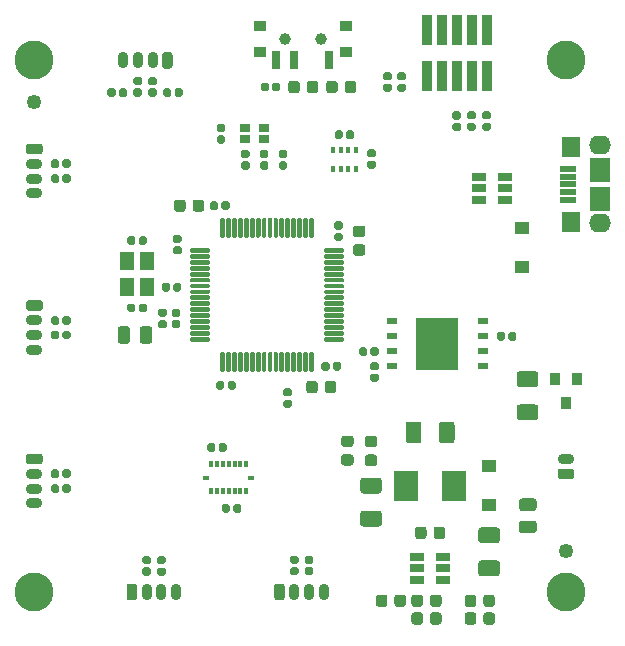
<source format=gbr>
%TF.GenerationSoftware,KiCad,Pcbnew,(5.1.6)-1*%
%TF.CreationDate,2020-10-05T02:21:01+02:00*%
%TF.ProjectId,RBoard,52426f61-7264-42e6-9b69-6361645f7063,rev?*%
%TF.SameCoordinates,Original*%
%TF.FileFunction,Soldermask,Top*%
%TF.FilePolarity,Negative*%
%FSLAX46Y46*%
G04 Gerber Fmt 4.6, Leading zero omitted, Abs format (unit mm)*
G04 Created by KiCad (PCBNEW (5.1.6)-1) date 2020-10-05 02:21:01*
%MOMM*%
%LPD*%
G01*
G04 APERTURE LIST*
%ADD10R,1.500000X1.700000*%
%ADD11R,1.700000X2.000000*%
%ADD12O,1.850000X1.600000*%
%ADD13R,1.450000X0.500000*%
%ADD14C,1.252000*%
%ADD15R,0.900000X0.650000*%
%ADD16R,3.550000X4.450000*%
%ADD17R,0.850000X0.600000*%
%ADD18R,0.575000X0.350000*%
%ADD19R,0.350000X0.575000*%
%ADD20C,3.300000*%
%ADD21R,1.300000X1.000000*%
%ADD22O,1.400000X0.900000*%
%ADD23R,0.840000X2.500000*%
%ADD24O,0.900000X1.400000*%
%ADD25R,2.000000X2.600000*%
%ADD26R,0.900000X1.000000*%
%ADD27C,1.000000*%
%ADD28R,0.800000X1.600000*%
%ADD29R,1.100000X0.900000*%
%ADD30R,1.160000X0.750000*%
%ADD31R,0.450000X0.600000*%
%ADD32R,1.300000X1.500000*%
G04 APERTURE END LIST*
D10*
%TO.C,J402*%
X177925000Y-38050000D03*
D11*
X180375000Y-40050000D03*
X180375000Y-42450000D03*
D10*
X177925000Y-44450000D03*
D12*
X180375000Y-37950000D03*
X180375000Y-44550000D03*
D13*
X177700000Y-39950000D03*
X177700000Y-40600000D03*
X177700000Y-41250000D03*
X177700000Y-41900000D03*
X177700000Y-42550000D03*
%TD*%
D14*
%TO.C,REF\u002A\u002A*%
X132500000Y-34250000D03*
%TD*%
%TO.C,REF\u002A\u002A*%
X177500000Y-72250000D03*
%TD*%
D15*
%TO.C,D201*%
X150350000Y-37375000D03*
X150350000Y-36475000D03*
X151950000Y-36475000D03*
X151950000Y-37375000D03*
%TD*%
D16*
%TO.C,U201*%
X166600000Y-54750000D03*
D17*
X162770000Y-52850000D03*
X162770000Y-54120000D03*
X162770000Y-56660000D03*
X162770000Y-55390000D03*
X170440000Y-56660000D03*
X170440000Y-55390000D03*
X170440000Y-52850000D03*
X170440000Y-54120000D03*
%TD*%
D18*
%TO.C,U301*%
X147040000Y-66085000D03*
X150860000Y-66075000D03*
D19*
X147450000Y-64925000D03*
X147950000Y-64925000D03*
X148450000Y-64925000D03*
X148950000Y-64915000D03*
X149450000Y-64915000D03*
X149950000Y-64915000D03*
X150450000Y-64915000D03*
X150450000Y-67235000D03*
X149950000Y-67235000D03*
X149450000Y-67235000D03*
X147450000Y-67235000D03*
X147950000Y-67235000D03*
X148450000Y-67235000D03*
X148950000Y-67235000D03*
%TD*%
%TO.C,R208*%
G36*
G01*
X150152500Y-39300000D02*
X150547500Y-39300000D01*
G75*
G02*
X150720000Y-39472500I0J-172500D01*
G01*
X150720000Y-39817500D01*
G75*
G02*
X150547500Y-39990000I-172500J0D01*
G01*
X150152500Y-39990000D01*
G75*
G02*
X149980000Y-39817500I0J172500D01*
G01*
X149980000Y-39472500D01*
G75*
G02*
X150152500Y-39300000I172500J0D01*
G01*
G37*
G36*
G01*
X150152500Y-38330000D02*
X150547500Y-38330000D01*
G75*
G02*
X150720000Y-38502500I0J-172500D01*
G01*
X150720000Y-38847500D01*
G75*
G02*
X150547500Y-39020000I-172500J0D01*
G01*
X150152500Y-39020000D01*
G75*
G02*
X149980000Y-38847500I0J172500D01*
G01*
X149980000Y-38502500D01*
G75*
G02*
X150152500Y-38330000I172500J0D01*
G01*
G37*
%TD*%
%TO.C,R207*%
G36*
G01*
X151752500Y-39300000D02*
X152147500Y-39300000D01*
G75*
G02*
X152320000Y-39472500I0J-172500D01*
G01*
X152320000Y-39817500D01*
G75*
G02*
X152147500Y-39990000I-172500J0D01*
G01*
X151752500Y-39990000D01*
G75*
G02*
X151580000Y-39817500I0J172500D01*
G01*
X151580000Y-39472500D01*
G75*
G02*
X151752500Y-39300000I172500J0D01*
G01*
G37*
G36*
G01*
X151752500Y-38330000D02*
X152147500Y-38330000D01*
G75*
G02*
X152320000Y-38502500I0J-172500D01*
G01*
X152320000Y-38847500D01*
G75*
G02*
X152147500Y-39020000I-172500J0D01*
G01*
X151752500Y-39020000D01*
G75*
G02*
X151580000Y-38847500I0J172500D01*
G01*
X151580000Y-38502500D01*
G75*
G02*
X151752500Y-38330000I172500J0D01*
G01*
G37*
%TD*%
%TO.C,R206*%
G36*
G01*
X153352500Y-39300000D02*
X153747500Y-39300000D01*
G75*
G02*
X153920000Y-39472500I0J-172500D01*
G01*
X153920000Y-39817500D01*
G75*
G02*
X153747500Y-39990000I-172500J0D01*
G01*
X153352500Y-39990000D01*
G75*
G02*
X153180000Y-39817500I0J172500D01*
G01*
X153180000Y-39472500D01*
G75*
G02*
X153352500Y-39300000I172500J0D01*
G01*
G37*
G36*
G01*
X153352500Y-38330000D02*
X153747500Y-38330000D01*
G75*
G02*
X153920000Y-38502500I0J-172500D01*
G01*
X153920000Y-38847500D01*
G75*
G02*
X153747500Y-39020000I-172500J0D01*
G01*
X153352500Y-39020000D01*
G75*
G02*
X153180000Y-38847500I0J172500D01*
G01*
X153180000Y-38502500D01*
G75*
G02*
X153352500Y-38330000I172500J0D01*
G01*
G37*
%TD*%
D20*
%TO.C,H4*%
X177500000Y-75750000D03*
%TD*%
%TO.C,H3*%
X177500000Y-30750000D03*
%TD*%
%TO.C,H2*%
X132500000Y-30750000D03*
%TD*%
%TO.C,H1*%
X132500000Y-75750000D03*
%TD*%
%TO.C,C100*%
G36*
G01*
X171655000Y-74425000D02*
X170345000Y-74425000D01*
G75*
G02*
X170075000Y-74155000I0J270000D01*
G01*
X170075000Y-73345000D01*
G75*
G02*
X170345000Y-73075000I270000J0D01*
G01*
X171655000Y-73075000D01*
G75*
G02*
X171925000Y-73345000I0J-270000D01*
G01*
X171925000Y-74155000D01*
G75*
G02*
X171655000Y-74425000I-270000J0D01*
G01*
G37*
G36*
G01*
X171655000Y-71625000D02*
X170345000Y-71625000D01*
G75*
G02*
X170075000Y-71355000I0J270000D01*
G01*
X170075000Y-70545000D01*
G75*
G02*
X170345000Y-70275000I270000J0D01*
G01*
X171655000Y-70275000D01*
G75*
G02*
X171925000Y-70545000I0J-270000D01*
G01*
X171925000Y-71355000D01*
G75*
G02*
X171655000Y-71625000I-270000J0D01*
G01*
G37*
%TD*%
%TO.C,C101*%
G36*
G01*
X165700000Y-70468750D02*
X165700000Y-71031250D01*
G75*
G02*
X165456250Y-71275000I-243750J0D01*
G01*
X164968750Y-71275000D01*
G75*
G02*
X164725000Y-71031250I0J243750D01*
G01*
X164725000Y-70468750D01*
G75*
G02*
X164968750Y-70225000I243750J0D01*
G01*
X165456250Y-70225000D01*
G75*
G02*
X165700000Y-70468750I0J-243750D01*
G01*
G37*
G36*
G01*
X167275000Y-70468750D02*
X167275000Y-71031250D01*
G75*
G02*
X167031250Y-71275000I-243750J0D01*
G01*
X166543750Y-71275000D01*
G75*
G02*
X166300000Y-71031250I0J243750D01*
G01*
X166300000Y-70468750D01*
G75*
G02*
X166543750Y-70225000I243750J0D01*
G01*
X167031250Y-70225000D01*
G75*
G02*
X167275000Y-70468750I0J-243750D01*
G01*
G37*
%TD*%
%TO.C,C102*%
G36*
G01*
X160345000Y-66075000D02*
X161655000Y-66075000D01*
G75*
G02*
X161925000Y-66345000I0J-270000D01*
G01*
X161925000Y-67155000D01*
G75*
G02*
X161655000Y-67425000I-270000J0D01*
G01*
X160345000Y-67425000D01*
G75*
G02*
X160075000Y-67155000I0J270000D01*
G01*
X160075000Y-66345000D01*
G75*
G02*
X160345000Y-66075000I270000J0D01*
G01*
G37*
G36*
G01*
X160345000Y-68875000D02*
X161655000Y-68875000D01*
G75*
G02*
X161925000Y-69145000I0J-270000D01*
G01*
X161925000Y-69955000D01*
G75*
G02*
X161655000Y-70225000I-270000J0D01*
G01*
X160345000Y-70225000D01*
G75*
G02*
X160075000Y-69955000I0J270000D01*
G01*
X160075000Y-69145000D01*
G75*
G02*
X160345000Y-68875000I270000J0D01*
G01*
G37*
%TD*%
%TO.C,C103*%
G36*
G01*
X166725000Y-62905000D02*
X166725000Y-61595000D01*
G75*
G02*
X166995000Y-61325000I270000J0D01*
G01*
X167805000Y-61325000D01*
G75*
G02*
X168075000Y-61595000I0J-270000D01*
G01*
X168075000Y-62905000D01*
G75*
G02*
X167805000Y-63175000I-270000J0D01*
G01*
X166995000Y-63175000D01*
G75*
G02*
X166725000Y-62905000I0J270000D01*
G01*
G37*
G36*
G01*
X163925000Y-62905000D02*
X163925000Y-61595000D01*
G75*
G02*
X164195000Y-61325000I270000J0D01*
G01*
X165005000Y-61325000D01*
G75*
G02*
X165275000Y-61595000I0J-270000D01*
G01*
X165275000Y-62905000D01*
G75*
G02*
X165005000Y-63175000I-270000J0D01*
G01*
X164195000Y-63175000D01*
G75*
G02*
X163925000Y-62905000I0J270000D01*
G01*
G37*
%TD*%
%TO.C,C200*%
G36*
G01*
X146875000Y-42768750D02*
X146875000Y-43331250D01*
G75*
G02*
X146631250Y-43575000I-243750J0D01*
G01*
X146143750Y-43575000D01*
G75*
G02*
X145900000Y-43331250I0J243750D01*
G01*
X145900000Y-42768750D01*
G75*
G02*
X146143750Y-42525000I243750J0D01*
G01*
X146631250Y-42525000D01*
G75*
G02*
X146875000Y-42768750I0J-243750D01*
G01*
G37*
G36*
G01*
X145300000Y-42768750D02*
X145300000Y-43331250D01*
G75*
G02*
X145056250Y-43575000I-243750J0D01*
G01*
X144568750Y-43575000D01*
G75*
G02*
X144325000Y-43331250I0J243750D01*
G01*
X144325000Y-42768750D01*
G75*
G02*
X144568750Y-42525000I243750J0D01*
G01*
X145056250Y-42525000D01*
G75*
G02*
X145300000Y-42768750I0J-243750D01*
G01*
G37*
%TD*%
%TO.C,C201*%
G36*
G01*
X144797500Y-46210000D02*
X144402500Y-46210000D01*
G75*
G02*
X144230000Y-46037500I0J172500D01*
G01*
X144230000Y-45692500D01*
G75*
G02*
X144402500Y-45520000I172500J0D01*
G01*
X144797500Y-45520000D01*
G75*
G02*
X144970000Y-45692500I0J-172500D01*
G01*
X144970000Y-46037500D01*
G75*
G02*
X144797500Y-46210000I-172500J0D01*
G01*
G37*
G36*
G01*
X144797500Y-47180000D02*
X144402500Y-47180000D01*
G75*
G02*
X144230000Y-47007500I0J172500D01*
G01*
X144230000Y-46662500D01*
G75*
G02*
X144402500Y-46490000I172500J0D01*
G01*
X144797500Y-46490000D01*
G75*
G02*
X144970000Y-46662500I0J-172500D01*
G01*
X144970000Y-47007500D01*
G75*
G02*
X144797500Y-47180000I-172500J0D01*
G01*
G37*
%TD*%
%TO.C,C202*%
G36*
G01*
X149555000Y-58052500D02*
X149555000Y-58447500D01*
G75*
G02*
X149382500Y-58620000I-172500J0D01*
G01*
X149037500Y-58620000D01*
G75*
G02*
X148865000Y-58447500I0J172500D01*
G01*
X148865000Y-58052500D01*
G75*
G02*
X149037500Y-57880000I172500J0D01*
G01*
X149382500Y-57880000D01*
G75*
G02*
X149555000Y-58052500I0J-172500D01*
G01*
G37*
G36*
G01*
X148585000Y-58052500D02*
X148585000Y-58447500D01*
G75*
G02*
X148412500Y-58620000I-172500J0D01*
G01*
X148067500Y-58620000D01*
G75*
G02*
X147895000Y-58447500I0J172500D01*
G01*
X147895000Y-58052500D01*
G75*
G02*
X148067500Y-57880000I172500J0D01*
G01*
X148412500Y-57880000D01*
G75*
G02*
X148585000Y-58052500I0J-172500D01*
G01*
G37*
%TD*%
%TO.C,C203*%
G36*
G01*
X157775000Y-56847500D02*
X157775000Y-56452500D01*
G75*
G02*
X157947500Y-56280000I172500J0D01*
G01*
X158292500Y-56280000D01*
G75*
G02*
X158465000Y-56452500I0J-172500D01*
G01*
X158465000Y-56847500D01*
G75*
G02*
X158292500Y-57020000I-172500J0D01*
G01*
X157947500Y-57020000D01*
G75*
G02*
X157775000Y-56847500I0J172500D01*
G01*
G37*
G36*
G01*
X156805000Y-56847500D02*
X156805000Y-56452500D01*
G75*
G02*
X156977500Y-56280000I172500J0D01*
G01*
X157322500Y-56280000D01*
G75*
G02*
X157495000Y-56452500I0J-172500D01*
G01*
X157495000Y-56847500D01*
G75*
G02*
X157322500Y-57020000I-172500J0D01*
G01*
X156977500Y-57020000D01*
G75*
G02*
X156805000Y-56847500I0J172500D01*
G01*
G37*
%TD*%
%TO.C,C204*%
G36*
G01*
X158447500Y-46045000D02*
X158052500Y-46045000D01*
G75*
G02*
X157880000Y-45872500I0J172500D01*
G01*
X157880000Y-45527500D01*
G75*
G02*
X158052500Y-45355000I172500J0D01*
G01*
X158447500Y-45355000D01*
G75*
G02*
X158620000Y-45527500I0J-172500D01*
G01*
X158620000Y-45872500D01*
G75*
G02*
X158447500Y-46045000I-172500J0D01*
G01*
G37*
G36*
G01*
X158447500Y-45075000D02*
X158052500Y-45075000D01*
G75*
G02*
X157880000Y-44902500I0J172500D01*
G01*
X157880000Y-44557500D01*
G75*
G02*
X158052500Y-44385000I172500J0D01*
G01*
X158447500Y-44385000D01*
G75*
G02*
X158620000Y-44557500I0J-172500D01*
G01*
X158620000Y-44902500D01*
G75*
G02*
X158447500Y-45075000I-172500J0D01*
G01*
G37*
%TD*%
%TO.C,C205*%
G36*
G01*
X148340000Y-43247500D02*
X148340000Y-42852500D01*
G75*
G02*
X148512500Y-42680000I172500J0D01*
G01*
X148857500Y-42680000D01*
G75*
G02*
X149030000Y-42852500I0J-172500D01*
G01*
X149030000Y-43247500D01*
G75*
G02*
X148857500Y-43420000I-172500J0D01*
G01*
X148512500Y-43420000D01*
G75*
G02*
X148340000Y-43247500I0J172500D01*
G01*
G37*
G36*
G01*
X147370000Y-43247500D02*
X147370000Y-42852500D01*
G75*
G02*
X147542500Y-42680000I172500J0D01*
G01*
X147887500Y-42680000D01*
G75*
G02*
X148060000Y-42852500I0J-172500D01*
G01*
X148060000Y-43247500D01*
G75*
G02*
X147887500Y-43420000I-172500J0D01*
G01*
X147542500Y-43420000D01*
G75*
G02*
X147370000Y-43247500I0J172500D01*
G01*
G37*
%TD*%
%TO.C,C206*%
G36*
G01*
X143547500Y-52460000D02*
X143152500Y-52460000D01*
G75*
G02*
X142980000Y-52287500I0J172500D01*
G01*
X142980000Y-51942500D01*
G75*
G02*
X143152500Y-51770000I172500J0D01*
G01*
X143547500Y-51770000D01*
G75*
G02*
X143720000Y-51942500I0J-172500D01*
G01*
X143720000Y-52287500D01*
G75*
G02*
X143547500Y-52460000I-172500J0D01*
G01*
G37*
G36*
G01*
X143547500Y-53430000D02*
X143152500Y-53430000D01*
G75*
G02*
X142980000Y-53257500I0J172500D01*
G01*
X142980000Y-52912500D01*
G75*
G02*
X143152500Y-52740000I172500J0D01*
G01*
X143547500Y-52740000D01*
G75*
G02*
X143720000Y-52912500I0J-172500D01*
G01*
X143720000Y-53257500D01*
G75*
G02*
X143547500Y-53430000I-172500J0D01*
G01*
G37*
%TD*%
%TO.C,C207*%
G36*
G01*
X144697500Y-53430000D02*
X144302500Y-53430000D01*
G75*
G02*
X144130000Y-53257500I0J172500D01*
G01*
X144130000Y-52912500D01*
G75*
G02*
X144302500Y-52740000I172500J0D01*
G01*
X144697500Y-52740000D01*
G75*
G02*
X144870000Y-52912500I0J-172500D01*
G01*
X144870000Y-53257500D01*
G75*
G02*
X144697500Y-53430000I-172500J0D01*
G01*
G37*
G36*
G01*
X144697500Y-52460000D02*
X144302500Y-52460000D01*
G75*
G02*
X144130000Y-52287500I0J172500D01*
G01*
X144130000Y-51942500D01*
G75*
G02*
X144302500Y-51770000I172500J0D01*
G01*
X144697500Y-51770000D01*
G75*
G02*
X144870000Y-51942500I0J-172500D01*
G01*
X144870000Y-52287500D01*
G75*
G02*
X144697500Y-52460000I-172500J0D01*
G01*
G37*
%TD*%
%TO.C,C208*%
G36*
G01*
X157087500Y-58681250D02*
X157087500Y-58118750D01*
G75*
G02*
X157331250Y-57875000I243750J0D01*
G01*
X157818750Y-57875000D01*
G75*
G02*
X158062500Y-58118750I0J-243750D01*
G01*
X158062500Y-58681250D01*
G75*
G02*
X157818750Y-58925000I-243750J0D01*
G01*
X157331250Y-58925000D01*
G75*
G02*
X157087500Y-58681250I0J243750D01*
G01*
G37*
G36*
G01*
X155512500Y-58681250D02*
X155512500Y-58118750D01*
G75*
G02*
X155756250Y-57875000I243750J0D01*
G01*
X156243750Y-57875000D01*
G75*
G02*
X156487500Y-58118750I0J-243750D01*
G01*
X156487500Y-58681250D01*
G75*
G02*
X156243750Y-58925000I-243750J0D01*
G01*
X155756250Y-58925000D01*
G75*
G02*
X155512500Y-58681250I0J243750D01*
G01*
G37*
%TD*%
%TO.C,C209*%
G36*
G01*
X160281250Y-47287500D02*
X159718750Y-47287500D01*
G75*
G02*
X159475000Y-47043750I0J243750D01*
G01*
X159475000Y-46556250D01*
G75*
G02*
X159718750Y-46312500I243750J0D01*
G01*
X160281250Y-46312500D01*
G75*
G02*
X160525000Y-46556250I0J-243750D01*
G01*
X160525000Y-47043750D01*
G75*
G02*
X160281250Y-47287500I-243750J0D01*
G01*
G37*
G36*
G01*
X160281250Y-45712500D02*
X159718750Y-45712500D01*
G75*
G02*
X159475000Y-45468750I0J243750D01*
G01*
X159475000Y-44981250D01*
G75*
G02*
X159718750Y-44737500I243750J0D01*
G01*
X160281250Y-44737500D01*
G75*
G02*
X160525000Y-44981250I0J-243750D01*
G01*
X160525000Y-45468750D01*
G75*
G02*
X160281250Y-45712500I-243750J0D01*
G01*
G37*
%TD*%
%TO.C,C210*%
G36*
G01*
X141340000Y-46197500D02*
X141340000Y-45802500D01*
G75*
G02*
X141512500Y-45630000I172500J0D01*
G01*
X141857500Y-45630000D01*
G75*
G02*
X142030000Y-45802500I0J-172500D01*
G01*
X142030000Y-46197500D01*
G75*
G02*
X141857500Y-46370000I-172500J0D01*
G01*
X141512500Y-46370000D01*
G75*
G02*
X141340000Y-46197500I0J172500D01*
G01*
G37*
G36*
G01*
X140370000Y-46197500D02*
X140370000Y-45802500D01*
G75*
G02*
X140542500Y-45630000I172500J0D01*
G01*
X140887500Y-45630000D01*
G75*
G02*
X141060000Y-45802500I0J-172500D01*
G01*
X141060000Y-46197500D01*
G75*
G02*
X140887500Y-46370000I-172500J0D01*
G01*
X140542500Y-46370000D01*
G75*
G02*
X140370000Y-46197500I0J172500D01*
G01*
G37*
%TD*%
%TO.C,C211*%
G36*
G01*
X142030000Y-51502500D02*
X142030000Y-51897500D01*
G75*
G02*
X141857500Y-52070000I-172500J0D01*
G01*
X141512500Y-52070000D01*
G75*
G02*
X141340000Y-51897500I0J172500D01*
G01*
X141340000Y-51502500D01*
G75*
G02*
X141512500Y-51330000I172500J0D01*
G01*
X141857500Y-51330000D01*
G75*
G02*
X142030000Y-51502500I0J-172500D01*
G01*
G37*
G36*
G01*
X141060000Y-51502500D02*
X141060000Y-51897500D01*
G75*
G02*
X140887500Y-52070000I-172500J0D01*
G01*
X140542500Y-52070000D01*
G75*
G02*
X140370000Y-51897500I0J172500D01*
G01*
X140370000Y-51502500D01*
G75*
G02*
X140542500Y-51330000I172500J0D01*
G01*
X140887500Y-51330000D01*
G75*
G02*
X141060000Y-51502500I0J-172500D01*
G01*
G37*
%TD*%
%TO.C,C212*%
G36*
G01*
X148102500Y-36130000D02*
X148497500Y-36130000D01*
G75*
G02*
X148670000Y-36302500I0J-172500D01*
G01*
X148670000Y-36647500D01*
G75*
G02*
X148497500Y-36820000I-172500J0D01*
G01*
X148102500Y-36820000D01*
G75*
G02*
X147930000Y-36647500I0J172500D01*
G01*
X147930000Y-36302500D01*
G75*
G02*
X148102500Y-36130000I172500J0D01*
G01*
G37*
G36*
G01*
X148102500Y-37100000D02*
X148497500Y-37100000D01*
G75*
G02*
X148670000Y-37272500I0J-172500D01*
G01*
X148670000Y-37617500D01*
G75*
G02*
X148497500Y-37790000I-172500J0D01*
G01*
X148102500Y-37790000D01*
G75*
G02*
X147930000Y-37617500I0J172500D01*
G01*
X147930000Y-37272500D01*
G75*
G02*
X148102500Y-37100000I172500J0D01*
G01*
G37*
%TD*%
%TO.C,C213*%
G36*
G01*
X161102500Y-56305000D02*
X161497500Y-56305000D01*
G75*
G02*
X161670000Y-56477500I0J-172500D01*
G01*
X161670000Y-56822500D01*
G75*
G02*
X161497500Y-56995000I-172500J0D01*
G01*
X161102500Y-56995000D01*
G75*
G02*
X160930000Y-56822500I0J172500D01*
G01*
X160930000Y-56477500D01*
G75*
G02*
X161102500Y-56305000I172500J0D01*
G01*
G37*
G36*
G01*
X161102500Y-57275000D02*
X161497500Y-57275000D01*
G75*
G02*
X161670000Y-57447500I0J-172500D01*
G01*
X161670000Y-57792500D01*
G75*
G02*
X161497500Y-57965000I-172500J0D01*
G01*
X161102500Y-57965000D01*
G75*
G02*
X160930000Y-57792500I0J172500D01*
G01*
X160930000Y-57447500D01*
G75*
G02*
X161102500Y-57275000I172500J0D01*
G01*
G37*
%TD*%
%TO.C,C300*%
G36*
G01*
X157920000Y-37247500D02*
X157920000Y-36852500D01*
G75*
G02*
X158092500Y-36680000I172500J0D01*
G01*
X158437500Y-36680000D01*
G75*
G02*
X158610000Y-36852500I0J-172500D01*
G01*
X158610000Y-37247500D01*
G75*
G02*
X158437500Y-37420000I-172500J0D01*
G01*
X158092500Y-37420000D01*
G75*
G02*
X157920000Y-37247500I0J172500D01*
G01*
G37*
G36*
G01*
X158890000Y-37247500D02*
X158890000Y-36852500D01*
G75*
G02*
X159062500Y-36680000I172500J0D01*
G01*
X159407500Y-36680000D01*
G75*
G02*
X159580000Y-36852500I0J-172500D01*
G01*
X159580000Y-37247500D01*
G75*
G02*
X159407500Y-37420000I-172500J0D01*
G01*
X159062500Y-37420000D01*
G75*
G02*
X158890000Y-37247500I0J172500D01*
G01*
G37*
%TD*%
%TO.C,C301*%
G36*
G01*
X160852500Y-39240000D02*
X161247500Y-39240000D01*
G75*
G02*
X161420000Y-39412500I0J-172500D01*
G01*
X161420000Y-39757500D01*
G75*
G02*
X161247500Y-39930000I-172500J0D01*
G01*
X160852500Y-39930000D01*
G75*
G02*
X160680000Y-39757500I0J172500D01*
G01*
X160680000Y-39412500D01*
G75*
G02*
X160852500Y-39240000I172500J0D01*
G01*
G37*
G36*
G01*
X160852500Y-38270000D02*
X161247500Y-38270000D01*
G75*
G02*
X161420000Y-38442500I0J-172500D01*
G01*
X161420000Y-38787500D01*
G75*
G02*
X161247500Y-38960000I-172500J0D01*
G01*
X160852500Y-38960000D01*
G75*
G02*
X160680000Y-38787500I0J172500D01*
G01*
X160680000Y-38442500D01*
G75*
G02*
X160852500Y-38270000I172500J0D01*
G01*
G37*
%TD*%
%TO.C,C302*%
G36*
G01*
X149060000Y-68477500D02*
X149060000Y-68872500D01*
G75*
G02*
X148887500Y-69045000I-172500J0D01*
G01*
X148542500Y-69045000D01*
G75*
G02*
X148370000Y-68872500I0J172500D01*
G01*
X148370000Y-68477500D01*
G75*
G02*
X148542500Y-68305000I172500J0D01*
G01*
X148887500Y-68305000D01*
G75*
G02*
X149060000Y-68477500I0J-172500D01*
G01*
G37*
G36*
G01*
X150030000Y-68477500D02*
X150030000Y-68872500D01*
G75*
G02*
X149857500Y-69045000I-172500J0D01*
G01*
X149512500Y-69045000D01*
G75*
G02*
X149340000Y-68872500I0J172500D01*
G01*
X149340000Y-68477500D01*
G75*
G02*
X149512500Y-68305000I172500J0D01*
G01*
X149857500Y-68305000D01*
G75*
G02*
X150030000Y-68477500I0J-172500D01*
G01*
G37*
%TD*%
%TO.C,C303*%
G36*
G01*
X148795000Y-63312500D02*
X148795000Y-63707500D01*
G75*
G02*
X148622500Y-63880000I-172500J0D01*
G01*
X148277500Y-63880000D01*
G75*
G02*
X148105000Y-63707500I0J172500D01*
G01*
X148105000Y-63312500D01*
G75*
G02*
X148277500Y-63140000I172500J0D01*
G01*
X148622500Y-63140000D01*
G75*
G02*
X148795000Y-63312500I0J-172500D01*
G01*
G37*
G36*
G01*
X147825000Y-63312500D02*
X147825000Y-63707500D01*
G75*
G02*
X147652500Y-63880000I-172500J0D01*
G01*
X147307500Y-63880000D01*
G75*
G02*
X147135000Y-63707500I0J172500D01*
G01*
X147135000Y-63312500D01*
G75*
G02*
X147307500Y-63140000I172500J0D01*
G01*
X147652500Y-63140000D01*
G75*
G02*
X147825000Y-63312500I0J-172500D01*
G01*
G37*
%TD*%
%TO.C,C400*%
G36*
G01*
X162597500Y-32445000D02*
X162202500Y-32445000D01*
G75*
G02*
X162030000Y-32272500I0J172500D01*
G01*
X162030000Y-31927500D01*
G75*
G02*
X162202500Y-31755000I172500J0D01*
G01*
X162597500Y-31755000D01*
G75*
G02*
X162770000Y-31927500I0J-172500D01*
G01*
X162770000Y-32272500D01*
G75*
G02*
X162597500Y-32445000I-172500J0D01*
G01*
G37*
G36*
G01*
X162597500Y-33415000D02*
X162202500Y-33415000D01*
G75*
G02*
X162030000Y-33242500I0J172500D01*
G01*
X162030000Y-32897500D01*
G75*
G02*
X162202500Y-32725000I172500J0D01*
G01*
X162597500Y-32725000D01*
G75*
G02*
X162770000Y-32897500I0J-172500D01*
G01*
X162770000Y-33242500D01*
G75*
G02*
X162597500Y-33415000I-172500J0D01*
G01*
G37*
%TD*%
D21*
%TO.C,D100*%
X173775000Y-48275000D03*
X173775000Y-44975000D03*
%TD*%
%TO.C,D101*%
X171000000Y-68400000D03*
X171000000Y-65100000D03*
%TD*%
%TO.C,D102*%
G36*
G01*
X160718750Y-64112500D02*
X161281250Y-64112500D01*
G75*
G02*
X161525000Y-64356250I0J-243750D01*
G01*
X161525000Y-64843750D01*
G75*
G02*
X161281250Y-65087500I-243750J0D01*
G01*
X160718750Y-65087500D01*
G75*
G02*
X160475000Y-64843750I0J243750D01*
G01*
X160475000Y-64356250D01*
G75*
G02*
X160718750Y-64112500I243750J0D01*
G01*
G37*
G36*
G01*
X160718750Y-62537500D02*
X161281250Y-62537500D01*
G75*
G02*
X161525000Y-62781250I0J-243750D01*
G01*
X161525000Y-63268750D01*
G75*
G02*
X161281250Y-63512500I-243750J0D01*
G01*
X160718750Y-63512500D01*
G75*
G02*
X160475000Y-63268750I0J243750D01*
G01*
X160475000Y-62781250D01*
G75*
G02*
X160718750Y-62537500I243750J0D01*
G01*
G37*
%TD*%
%TO.C,D200*%
G36*
G01*
X156537500Y-32718750D02*
X156537500Y-33281250D01*
G75*
G02*
X156293750Y-33525000I-243750J0D01*
G01*
X155806250Y-33525000D01*
G75*
G02*
X155562500Y-33281250I0J243750D01*
G01*
X155562500Y-32718750D01*
G75*
G02*
X155806250Y-32475000I243750J0D01*
G01*
X156293750Y-32475000D01*
G75*
G02*
X156537500Y-32718750I0J-243750D01*
G01*
G37*
G36*
G01*
X154962500Y-32718750D02*
X154962500Y-33281250D01*
G75*
G02*
X154718750Y-33525000I-243750J0D01*
G01*
X154231250Y-33525000D01*
G75*
G02*
X153987500Y-33281250I0J243750D01*
G01*
X153987500Y-32718750D01*
G75*
G02*
X154231250Y-32475000I243750J0D01*
G01*
X154718750Y-32475000D01*
G75*
G02*
X154962500Y-32718750I0J-243750D01*
G01*
G37*
%TD*%
%TO.C,F100*%
G36*
G01*
X174905000Y-61225000D02*
X173595000Y-61225000D01*
G75*
G02*
X173325000Y-60955000I0J270000D01*
G01*
X173325000Y-60145000D01*
G75*
G02*
X173595000Y-59875000I270000J0D01*
G01*
X174905000Y-59875000D01*
G75*
G02*
X175175000Y-60145000I0J-270000D01*
G01*
X175175000Y-60955000D01*
G75*
G02*
X174905000Y-61225000I-270000J0D01*
G01*
G37*
G36*
G01*
X174905000Y-58425000D02*
X173595000Y-58425000D01*
G75*
G02*
X173325000Y-58155000I0J270000D01*
G01*
X173325000Y-57345000D01*
G75*
G02*
X173595000Y-57075000I270000J0D01*
G01*
X174905000Y-57075000D01*
G75*
G02*
X175175000Y-57345000I0J-270000D01*
G01*
X175175000Y-58155000D01*
G75*
G02*
X174905000Y-58425000I-270000J0D01*
G01*
G37*
%TD*%
%TO.C,FB100*%
G36*
G01*
X174756250Y-70787500D02*
X173793750Y-70787500D01*
G75*
G02*
X173525000Y-70518750I0J268750D01*
G01*
X173525000Y-69981250D01*
G75*
G02*
X173793750Y-69712500I268750J0D01*
G01*
X174756250Y-69712500D01*
G75*
G02*
X175025000Y-69981250I0J-268750D01*
G01*
X175025000Y-70518750D01*
G75*
G02*
X174756250Y-70787500I-268750J0D01*
G01*
G37*
G36*
G01*
X174756250Y-68912500D02*
X173793750Y-68912500D01*
G75*
G02*
X173525000Y-68643750I0J268750D01*
G01*
X173525000Y-68106250D01*
G75*
G02*
X173793750Y-67837500I268750J0D01*
G01*
X174756250Y-67837500D01*
G75*
G02*
X175025000Y-68106250I0J-268750D01*
G01*
X175025000Y-68643750D01*
G75*
G02*
X174756250Y-68912500I-268750J0D01*
G01*
G37*
%TD*%
%TO.C,FB200*%
G36*
G01*
X140612500Y-53518750D02*
X140612500Y-54481250D01*
G75*
G02*
X140343750Y-54750000I-268750J0D01*
G01*
X139806250Y-54750000D01*
G75*
G02*
X139537500Y-54481250I0J268750D01*
G01*
X139537500Y-53518750D01*
G75*
G02*
X139806250Y-53250000I268750J0D01*
G01*
X140343750Y-53250000D01*
G75*
G02*
X140612500Y-53518750I0J-268750D01*
G01*
G37*
G36*
G01*
X142487500Y-53518750D02*
X142487500Y-54481250D01*
G75*
G02*
X142218750Y-54750000I-268750J0D01*
G01*
X141681250Y-54750000D01*
G75*
G02*
X141412500Y-54481250I0J268750D01*
G01*
X141412500Y-53518750D01*
G75*
G02*
X141681250Y-53250000I268750J0D01*
G01*
X142218750Y-53250000D01*
G75*
G02*
X142487500Y-53518750I0J-268750D01*
G01*
G37*
%TD*%
%TO.C,J400*%
G36*
G01*
X177975000Y-66200000D02*
X177025000Y-66200000D01*
G75*
G02*
X176800000Y-65975000I0J225000D01*
G01*
X176800000Y-65525000D01*
G75*
G02*
X177025000Y-65300000I225000J0D01*
G01*
X177975000Y-65300000D01*
G75*
G02*
X178200000Y-65525000I0J-225000D01*
G01*
X178200000Y-65975000D01*
G75*
G02*
X177975000Y-66200000I-225000J0D01*
G01*
G37*
D22*
X177500000Y-64500000D03*
%TD*%
D23*
%TO.C,J401*%
X170790000Y-28200000D03*
X170790000Y-32100000D03*
X169520000Y-28200000D03*
X169520000Y-32100000D03*
X168250000Y-28200000D03*
X168250000Y-32100000D03*
X166980000Y-28200000D03*
X166980000Y-32100000D03*
X165710000Y-28200000D03*
X165710000Y-32100000D03*
%TD*%
%TO.C,J403*%
G36*
G01*
X144200000Y-30275000D02*
X144200000Y-31225000D01*
G75*
G02*
X143975000Y-31450000I-225000J0D01*
G01*
X143525000Y-31450000D01*
G75*
G02*
X143300000Y-31225000I0J225000D01*
G01*
X143300000Y-30275000D01*
G75*
G02*
X143525000Y-30050000I225000J0D01*
G01*
X143975000Y-30050000D01*
G75*
G02*
X144200000Y-30275000I0J-225000D01*
G01*
G37*
D24*
X142500000Y-30750000D03*
X141250000Y-30750000D03*
X140000000Y-30750000D03*
%TD*%
%TO.C,J404*%
X157000000Y-75750000D03*
X155750000Y-75750000D03*
X154500000Y-75750000D03*
G36*
G01*
X152800000Y-76225000D02*
X152800000Y-75275000D01*
G75*
G02*
X153025000Y-75050000I225000J0D01*
G01*
X153475000Y-75050000D01*
G75*
G02*
X153700000Y-75275000I0J-225000D01*
G01*
X153700000Y-76225000D01*
G75*
G02*
X153475000Y-76450000I-225000J0D01*
G01*
X153025000Y-76450000D01*
G75*
G02*
X152800000Y-76225000I0J225000D01*
G01*
G37*
%TD*%
%TO.C,J405*%
X144500000Y-75750000D03*
X143250000Y-75750000D03*
X142000000Y-75750000D03*
G36*
G01*
X140300000Y-76225000D02*
X140300000Y-75275000D01*
G75*
G02*
X140525000Y-75050000I225000J0D01*
G01*
X140975000Y-75050000D01*
G75*
G02*
X141200000Y-75275000I0J-225000D01*
G01*
X141200000Y-76225000D01*
G75*
G02*
X140975000Y-76450000I-225000J0D01*
G01*
X140525000Y-76450000D01*
G75*
G02*
X140300000Y-76225000I0J225000D01*
G01*
G37*
%TD*%
%TO.C,J406*%
G36*
G01*
X132025000Y-64050000D02*
X132975000Y-64050000D01*
G75*
G02*
X133200000Y-64275000I0J-225000D01*
G01*
X133200000Y-64725000D01*
G75*
G02*
X132975000Y-64950000I-225000J0D01*
G01*
X132025000Y-64950000D01*
G75*
G02*
X131800000Y-64725000I0J225000D01*
G01*
X131800000Y-64275000D01*
G75*
G02*
X132025000Y-64050000I225000J0D01*
G01*
G37*
D22*
X132500000Y-65750000D03*
X132500000Y-67000000D03*
X132500000Y-68250000D03*
%TD*%
%TO.C,J407*%
X132500000Y-42000000D03*
X132500000Y-40750000D03*
X132500000Y-39500000D03*
G36*
G01*
X132025000Y-37800000D02*
X132975000Y-37800000D01*
G75*
G02*
X133200000Y-38025000I0J-225000D01*
G01*
X133200000Y-38475000D01*
G75*
G02*
X132975000Y-38700000I-225000J0D01*
G01*
X132025000Y-38700000D01*
G75*
G02*
X131800000Y-38475000I0J225000D01*
G01*
X131800000Y-38025000D01*
G75*
G02*
X132025000Y-37800000I225000J0D01*
G01*
G37*
%TD*%
%TO.C,J408*%
G36*
G01*
X132025000Y-51050000D02*
X132975000Y-51050000D01*
G75*
G02*
X133200000Y-51275000I0J-225000D01*
G01*
X133200000Y-51725000D01*
G75*
G02*
X132975000Y-51950000I-225000J0D01*
G01*
X132025000Y-51950000D01*
G75*
G02*
X131800000Y-51725000I0J225000D01*
G01*
X131800000Y-51275000D01*
G75*
G02*
X132025000Y-51050000I225000J0D01*
G01*
G37*
X132500000Y-52750000D03*
X132500000Y-54000000D03*
X132500000Y-55250000D03*
%TD*%
D25*
%TO.C,L101*%
X168050000Y-66750000D03*
X163950000Y-66750000D03*
%TD*%
D26*
%TO.C,Q100*%
X178450000Y-57750000D03*
X176550000Y-57750000D03*
X177500000Y-59750000D03*
%TD*%
%TO.C,R100*%
G36*
G01*
X171487500Y-76218750D02*
X171487500Y-76781250D01*
G75*
G02*
X171243750Y-77025000I-243750J0D01*
G01*
X170756250Y-77025000D01*
G75*
G02*
X170512500Y-76781250I0J243750D01*
G01*
X170512500Y-76218750D01*
G75*
G02*
X170756250Y-75975000I243750J0D01*
G01*
X171243750Y-75975000D01*
G75*
G02*
X171487500Y-76218750I0J-243750D01*
G01*
G37*
G36*
G01*
X169912500Y-76218750D02*
X169912500Y-76781250D01*
G75*
G02*
X169668750Y-77025000I-243750J0D01*
G01*
X169181250Y-77025000D01*
G75*
G02*
X168937500Y-76781250I0J243750D01*
G01*
X168937500Y-76218750D01*
G75*
G02*
X169181250Y-75975000I243750J0D01*
G01*
X169668750Y-75975000D01*
G75*
G02*
X169912500Y-76218750I0J-243750D01*
G01*
G37*
%TD*%
%TO.C,R101*%
G36*
G01*
X170512500Y-78281250D02*
X170512500Y-77718750D01*
G75*
G02*
X170756250Y-77475000I243750J0D01*
G01*
X171243750Y-77475000D01*
G75*
G02*
X171487500Y-77718750I0J-243750D01*
G01*
X171487500Y-78281250D01*
G75*
G02*
X171243750Y-78525000I-243750J0D01*
G01*
X170756250Y-78525000D01*
G75*
G02*
X170512500Y-78281250I0J243750D01*
G01*
G37*
G36*
G01*
X168937500Y-78281250D02*
X168937500Y-77718750D01*
G75*
G02*
X169181250Y-77475000I243750J0D01*
G01*
X169668750Y-77475000D01*
G75*
G02*
X169912500Y-77718750I0J-243750D01*
G01*
X169912500Y-78281250D01*
G75*
G02*
X169668750Y-78525000I-243750J0D01*
G01*
X169181250Y-78525000D01*
G75*
G02*
X168937500Y-78281250I0J243750D01*
G01*
G37*
%TD*%
%TO.C,R102*%
G36*
G01*
X162987500Y-76781250D02*
X162987500Y-76218750D01*
G75*
G02*
X163231250Y-75975000I243750J0D01*
G01*
X163718750Y-75975000D01*
G75*
G02*
X163962500Y-76218750I0J-243750D01*
G01*
X163962500Y-76781250D01*
G75*
G02*
X163718750Y-77025000I-243750J0D01*
G01*
X163231250Y-77025000D01*
G75*
G02*
X162987500Y-76781250I0J243750D01*
G01*
G37*
G36*
G01*
X161412500Y-76781250D02*
X161412500Y-76218750D01*
G75*
G02*
X161656250Y-75975000I243750J0D01*
G01*
X162143750Y-75975000D01*
G75*
G02*
X162387500Y-76218750I0J-243750D01*
G01*
X162387500Y-76781250D01*
G75*
G02*
X162143750Y-77025000I-243750J0D01*
G01*
X161656250Y-77025000D01*
G75*
G02*
X161412500Y-76781250I0J243750D01*
G01*
G37*
%TD*%
%TO.C,R103*%
G36*
G01*
X164425000Y-76781250D02*
X164425000Y-76218750D01*
G75*
G02*
X164668750Y-75975000I243750J0D01*
G01*
X165156250Y-75975000D01*
G75*
G02*
X165400000Y-76218750I0J-243750D01*
G01*
X165400000Y-76781250D01*
G75*
G02*
X165156250Y-77025000I-243750J0D01*
G01*
X164668750Y-77025000D01*
G75*
G02*
X164425000Y-76781250I0J243750D01*
G01*
G37*
G36*
G01*
X166000000Y-76781250D02*
X166000000Y-76218750D01*
G75*
G02*
X166243750Y-75975000I243750J0D01*
G01*
X166731250Y-75975000D01*
G75*
G02*
X166975000Y-76218750I0J-243750D01*
G01*
X166975000Y-76781250D01*
G75*
G02*
X166731250Y-77025000I-243750J0D01*
G01*
X166243750Y-77025000D01*
G75*
G02*
X166000000Y-76781250I0J243750D01*
G01*
G37*
%TD*%
%TO.C,R104*%
G36*
G01*
X165400000Y-77718750D02*
X165400000Y-78281250D01*
G75*
G02*
X165156250Y-78525000I-243750J0D01*
G01*
X164668750Y-78525000D01*
G75*
G02*
X164425000Y-78281250I0J243750D01*
G01*
X164425000Y-77718750D01*
G75*
G02*
X164668750Y-77475000I243750J0D01*
G01*
X165156250Y-77475000D01*
G75*
G02*
X165400000Y-77718750I0J-243750D01*
G01*
G37*
G36*
G01*
X166975000Y-77718750D02*
X166975000Y-78281250D01*
G75*
G02*
X166731250Y-78525000I-243750J0D01*
G01*
X166243750Y-78525000D01*
G75*
G02*
X166000000Y-78281250I0J243750D01*
G01*
X166000000Y-77718750D01*
G75*
G02*
X166243750Y-77475000I243750J0D01*
G01*
X166731250Y-77475000D01*
G75*
G02*
X166975000Y-77718750I0J-243750D01*
G01*
G37*
%TD*%
%TO.C,R105*%
G36*
G01*
X158718750Y-62512500D02*
X159281250Y-62512500D01*
G75*
G02*
X159525000Y-62756250I0J-243750D01*
G01*
X159525000Y-63243750D01*
G75*
G02*
X159281250Y-63487500I-243750J0D01*
G01*
X158718750Y-63487500D01*
G75*
G02*
X158475000Y-63243750I0J243750D01*
G01*
X158475000Y-62756250D01*
G75*
G02*
X158718750Y-62512500I243750J0D01*
G01*
G37*
G36*
G01*
X158718750Y-64087500D02*
X159281250Y-64087500D01*
G75*
G02*
X159525000Y-64331250I0J-243750D01*
G01*
X159525000Y-64818750D01*
G75*
G02*
X159281250Y-65062500I-243750J0D01*
G01*
X158718750Y-65062500D01*
G75*
G02*
X158475000Y-64818750I0J243750D01*
G01*
X158475000Y-64331250D01*
G75*
G02*
X158718750Y-64087500I243750J0D01*
G01*
G37*
%TD*%
%TO.C,R200*%
G36*
G01*
X143975000Y-49752500D02*
X143975000Y-50147500D01*
G75*
G02*
X143802500Y-50320000I-172500J0D01*
G01*
X143457500Y-50320000D01*
G75*
G02*
X143285000Y-50147500I0J172500D01*
G01*
X143285000Y-49752500D01*
G75*
G02*
X143457500Y-49580000I172500J0D01*
G01*
X143802500Y-49580000D01*
G75*
G02*
X143975000Y-49752500I0J-172500D01*
G01*
G37*
G36*
G01*
X144945000Y-49752500D02*
X144945000Y-50147500D01*
G75*
G02*
X144772500Y-50320000I-172500J0D01*
G01*
X144427500Y-50320000D01*
G75*
G02*
X144255000Y-50147500I0J172500D01*
G01*
X144255000Y-49752500D01*
G75*
G02*
X144427500Y-49580000I172500J0D01*
G01*
X144772500Y-49580000D01*
G75*
G02*
X144945000Y-49752500I0J-172500D01*
G01*
G37*
%TD*%
%TO.C,R201*%
G36*
G01*
X152350000Y-32802500D02*
X152350000Y-33197500D01*
G75*
G02*
X152177500Y-33370000I-172500J0D01*
G01*
X151832500Y-33370000D01*
G75*
G02*
X151660000Y-33197500I0J172500D01*
G01*
X151660000Y-32802500D01*
G75*
G02*
X151832500Y-32630000I172500J0D01*
G01*
X152177500Y-32630000D01*
G75*
G02*
X152350000Y-32802500I0J-172500D01*
G01*
G37*
G36*
G01*
X153320000Y-32802500D02*
X153320000Y-33197500D01*
G75*
G02*
X153147500Y-33370000I-172500J0D01*
G01*
X152802500Y-33370000D01*
G75*
G02*
X152630000Y-33197500I0J172500D01*
G01*
X152630000Y-32802500D01*
G75*
G02*
X152802500Y-32630000I172500J0D01*
G01*
X153147500Y-32630000D01*
G75*
G02*
X153320000Y-32802500I0J-172500D01*
G01*
G37*
%TD*%
%TO.C,R202*%
G36*
G01*
X159750000Y-32718750D02*
X159750000Y-33281250D01*
G75*
G02*
X159506250Y-33525000I-243750J0D01*
G01*
X159018750Y-33525000D01*
G75*
G02*
X158775000Y-33281250I0J243750D01*
G01*
X158775000Y-32718750D01*
G75*
G02*
X159018750Y-32475000I243750J0D01*
G01*
X159506250Y-32475000D01*
G75*
G02*
X159750000Y-32718750I0J-243750D01*
G01*
G37*
G36*
G01*
X158175000Y-32718750D02*
X158175000Y-33281250D01*
G75*
G02*
X157931250Y-33525000I-243750J0D01*
G01*
X157443750Y-33525000D01*
G75*
G02*
X157200000Y-33281250I0J243750D01*
G01*
X157200000Y-32718750D01*
G75*
G02*
X157443750Y-32475000I243750J0D01*
G01*
X157931250Y-32475000D01*
G75*
G02*
X158175000Y-32718750I0J-243750D01*
G01*
G37*
%TD*%
%TO.C,R203*%
G36*
G01*
X153752500Y-58505000D02*
X154147500Y-58505000D01*
G75*
G02*
X154320000Y-58677500I0J-172500D01*
G01*
X154320000Y-59022500D01*
G75*
G02*
X154147500Y-59195000I-172500J0D01*
G01*
X153752500Y-59195000D01*
G75*
G02*
X153580000Y-59022500I0J172500D01*
G01*
X153580000Y-58677500D01*
G75*
G02*
X153752500Y-58505000I172500J0D01*
G01*
G37*
G36*
G01*
X153752500Y-59475000D02*
X154147500Y-59475000D01*
G75*
G02*
X154320000Y-59647500I0J-172500D01*
G01*
X154320000Y-59992500D01*
G75*
G02*
X154147500Y-60165000I-172500J0D01*
G01*
X153752500Y-60165000D01*
G75*
G02*
X153580000Y-59992500I0J172500D01*
G01*
X153580000Y-59647500D01*
G75*
G02*
X153752500Y-59475000I172500J0D01*
G01*
G37*
%TD*%
%TO.C,R204*%
G36*
G01*
X145055000Y-33277500D02*
X145055000Y-33672500D01*
G75*
G02*
X144882500Y-33845000I-172500J0D01*
G01*
X144537500Y-33845000D01*
G75*
G02*
X144365000Y-33672500I0J172500D01*
G01*
X144365000Y-33277500D01*
G75*
G02*
X144537500Y-33105000I172500J0D01*
G01*
X144882500Y-33105000D01*
G75*
G02*
X145055000Y-33277500I0J-172500D01*
G01*
G37*
G36*
G01*
X144085000Y-33277500D02*
X144085000Y-33672500D01*
G75*
G02*
X143912500Y-33845000I-172500J0D01*
G01*
X143567500Y-33845000D01*
G75*
G02*
X143395000Y-33672500I0J172500D01*
G01*
X143395000Y-33277500D01*
G75*
G02*
X143567500Y-33105000I172500J0D01*
G01*
X143912500Y-33105000D01*
G75*
G02*
X144085000Y-33277500I0J-172500D01*
G01*
G37*
%TD*%
%TO.C,R205*%
G36*
G01*
X138685000Y-33672500D02*
X138685000Y-33277500D01*
G75*
G02*
X138857500Y-33105000I172500J0D01*
G01*
X139202500Y-33105000D01*
G75*
G02*
X139375000Y-33277500I0J-172500D01*
G01*
X139375000Y-33672500D01*
G75*
G02*
X139202500Y-33845000I-172500J0D01*
G01*
X138857500Y-33845000D01*
G75*
G02*
X138685000Y-33672500I0J172500D01*
G01*
G37*
G36*
G01*
X139655000Y-33672500D02*
X139655000Y-33277500D01*
G75*
G02*
X139827500Y-33105000I172500J0D01*
G01*
X140172500Y-33105000D01*
G75*
G02*
X140345000Y-33277500I0J-172500D01*
G01*
X140345000Y-33672500D01*
G75*
G02*
X140172500Y-33845000I-172500J0D01*
G01*
X139827500Y-33845000D01*
G75*
G02*
X139655000Y-33672500I0J172500D01*
G01*
G37*
%TD*%
%TO.C,R209*%
G36*
G01*
X172345000Y-53902500D02*
X172345000Y-54297500D01*
G75*
G02*
X172172500Y-54470000I-172500J0D01*
G01*
X171827500Y-54470000D01*
G75*
G02*
X171655000Y-54297500I0J172500D01*
G01*
X171655000Y-53902500D01*
G75*
G02*
X171827500Y-53730000I172500J0D01*
G01*
X172172500Y-53730000D01*
G75*
G02*
X172345000Y-53902500I0J-172500D01*
G01*
G37*
G36*
G01*
X173315000Y-53902500D02*
X173315000Y-54297500D01*
G75*
G02*
X173142500Y-54470000I-172500J0D01*
G01*
X172797500Y-54470000D01*
G75*
G02*
X172625000Y-54297500I0J172500D01*
G01*
X172625000Y-53902500D01*
G75*
G02*
X172797500Y-53730000I172500J0D01*
G01*
X173142500Y-53730000D01*
G75*
G02*
X173315000Y-53902500I0J-172500D01*
G01*
G37*
%TD*%
%TO.C,R210*%
G36*
G01*
X160955000Y-55597500D02*
X160955000Y-55202500D01*
G75*
G02*
X161127500Y-55030000I172500J0D01*
G01*
X161472500Y-55030000D01*
G75*
G02*
X161645000Y-55202500I0J-172500D01*
G01*
X161645000Y-55597500D01*
G75*
G02*
X161472500Y-55770000I-172500J0D01*
G01*
X161127500Y-55770000D01*
G75*
G02*
X160955000Y-55597500I0J172500D01*
G01*
G37*
G36*
G01*
X159985000Y-55597500D02*
X159985000Y-55202500D01*
G75*
G02*
X160157500Y-55030000I172500J0D01*
G01*
X160502500Y-55030000D01*
G75*
G02*
X160675000Y-55202500I0J-172500D01*
G01*
X160675000Y-55597500D01*
G75*
G02*
X160502500Y-55770000I-172500J0D01*
G01*
X160157500Y-55770000D01*
G75*
G02*
X159985000Y-55597500I0J172500D01*
G01*
G37*
%TD*%
%TO.C,R400*%
G36*
G01*
X170997500Y-36715000D02*
X170602500Y-36715000D01*
G75*
G02*
X170430000Y-36542500I0J172500D01*
G01*
X170430000Y-36197500D01*
G75*
G02*
X170602500Y-36025000I172500J0D01*
G01*
X170997500Y-36025000D01*
G75*
G02*
X171170000Y-36197500I0J-172500D01*
G01*
X171170000Y-36542500D01*
G75*
G02*
X170997500Y-36715000I-172500J0D01*
G01*
G37*
G36*
G01*
X170997500Y-35745000D02*
X170602500Y-35745000D01*
G75*
G02*
X170430000Y-35572500I0J172500D01*
G01*
X170430000Y-35227500D01*
G75*
G02*
X170602500Y-35055000I172500J0D01*
G01*
X170997500Y-35055000D01*
G75*
G02*
X171170000Y-35227500I0J-172500D01*
G01*
X171170000Y-35572500D01*
G75*
G02*
X170997500Y-35745000I-172500J0D01*
G01*
G37*
%TD*%
%TO.C,R401*%
G36*
G01*
X169697500Y-35745000D02*
X169302500Y-35745000D01*
G75*
G02*
X169130000Y-35572500I0J172500D01*
G01*
X169130000Y-35227500D01*
G75*
G02*
X169302500Y-35055000I172500J0D01*
G01*
X169697500Y-35055000D01*
G75*
G02*
X169870000Y-35227500I0J-172500D01*
G01*
X169870000Y-35572500D01*
G75*
G02*
X169697500Y-35745000I-172500J0D01*
G01*
G37*
G36*
G01*
X169697500Y-36715000D02*
X169302500Y-36715000D01*
G75*
G02*
X169130000Y-36542500I0J172500D01*
G01*
X169130000Y-36197500D01*
G75*
G02*
X169302500Y-36025000I172500J0D01*
G01*
X169697500Y-36025000D01*
G75*
G02*
X169870000Y-36197500I0J-172500D01*
G01*
X169870000Y-36542500D01*
G75*
G02*
X169697500Y-36715000I-172500J0D01*
G01*
G37*
%TD*%
%TO.C,R402*%
G36*
G01*
X168447500Y-36730000D02*
X168052500Y-36730000D01*
G75*
G02*
X167880000Y-36557500I0J172500D01*
G01*
X167880000Y-36212500D01*
G75*
G02*
X168052500Y-36040000I172500J0D01*
G01*
X168447500Y-36040000D01*
G75*
G02*
X168620000Y-36212500I0J-172500D01*
G01*
X168620000Y-36557500D01*
G75*
G02*
X168447500Y-36730000I-172500J0D01*
G01*
G37*
G36*
G01*
X168447500Y-35760000D02*
X168052500Y-35760000D01*
G75*
G02*
X167880000Y-35587500I0J172500D01*
G01*
X167880000Y-35242500D01*
G75*
G02*
X168052500Y-35070000I172500J0D01*
G01*
X168447500Y-35070000D01*
G75*
G02*
X168620000Y-35242500I0J-172500D01*
G01*
X168620000Y-35587500D01*
G75*
G02*
X168447500Y-35760000I-172500J0D01*
G01*
G37*
%TD*%
%TO.C,R403*%
G36*
G01*
X163797500Y-33415000D02*
X163402500Y-33415000D01*
G75*
G02*
X163230000Y-33242500I0J172500D01*
G01*
X163230000Y-32897500D01*
G75*
G02*
X163402500Y-32725000I172500J0D01*
G01*
X163797500Y-32725000D01*
G75*
G02*
X163970000Y-32897500I0J-172500D01*
G01*
X163970000Y-33242500D01*
G75*
G02*
X163797500Y-33415000I-172500J0D01*
G01*
G37*
G36*
G01*
X163797500Y-32445000D02*
X163402500Y-32445000D01*
G75*
G02*
X163230000Y-32272500I0J172500D01*
G01*
X163230000Y-31927500D01*
G75*
G02*
X163402500Y-31755000I172500J0D01*
G01*
X163797500Y-31755000D01*
G75*
G02*
X163970000Y-31927500I0J-172500D01*
G01*
X163970000Y-32272500D01*
G75*
G02*
X163797500Y-32445000I-172500J0D01*
G01*
G37*
%TD*%
%TO.C,R404*%
G36*
G01*
X142302500Y-32155000D02*
X142697500Y-32155000D01*
G75*
G02*
X142870000Y-32327500I0J-172500D01*
G01*
X142870000Y-32672500D01*
G75*
G02*
X142697500Y-32845000I-172500J0D01*
G01*
X142302500Y-32845000D01*
G75*
G02*
X142130000Y-32672500I0J172500D01*
G01*
X142130000Y-32327500D01*
G75*
G02*
X142302500Y-32155000I172500J0D01*
G01*
G37*
G36*
G01*
X142302500Y-33125000D02*
X142697500Y-33125000D01*
G75*
G02*
X142870000Y-33297500I0J-172500D01*
G01*
X142870000Y-33642500D01*
G75*
G02*
X142697500Y-33815000I-172500J0D01*
G01*
X142302500Y-33815000D01*
G75*
G02*
X142130000Y-33642500I0J172500D01*
G01*
X142130000Y-33297500D01*
G75*
G02*
X142302500Y-33125000I172500J0D01*
G01*
G37*
%TD*%
%TO.C,R405*%
G36*
G01*
X141052500Y-33125000D02*
X141447500Y-33125000D01*
G75*
G02*
X141620000Y-33297500I0J-172500D01*
G01*
X141620000Y-33642500D01*
G75*
G02*
X141447500Y-33815000I-172500J0D01*
G01*
X141052500Y-33815000D01*
G75*
G02*
X140880000Y-33642500I0J172500D01*
G01*
X140880000Y-33297500D01*
G75*
G02*
X141052500Y-33125000I172500J0D01*
G01*
G37*
G36*
G01*
X141052500Y-32155000D02*
X141447500Y-32155000D01*
G75*
G02*
X141620000Y-32327500I0J-172500D01*
G01*
X141620000Y-32672500D01*
G75*
G02*
X141447500Y-32845000I-172500J0D01*
G01*
X141052500Y-32845000D01*
G75*
G02*
X140880000Y-32672500I0J172500D01*
G01*
X140880000Y-32327500D01*
G75*
G02*
X141052500Y-32155000I172500J0D01*
G01*
G37*
%TD*%
%TO.C,R406*%
G36*
G01*
X154697500Y-74345000D02*
X154302500Y-74345000D01*
G75*
G02*
X154130000Y-74172500I0J172500D01*
G01*
X154130000Y-73827500D01*
G75*
G02*
X154302500Y-73655000I172500J0D01*
G01*
X154697500Y-73655000D01*
G75*
G02*
X154870000Y-73827500I0J-172500D01*
G01*
X154870000Y-74172500D01*
G75*
G02*
X154697500Y-74345000I-172500J0D01*
G01*
G37*
G36*
G01*
X154697500Y-73375000D02*
X154302500Y-73375000D01*
G75*
G02*
X154130000Y-73202500I0J172500D01*
G01*
X154130000Y-72857500D01*
G75*
G02*
X154302500Y-72685000I172500J0D01*
G01*
X154697500Y-72685000D01*
G75*
G02*
X154870000Y-72857500I0J-172500D01*
G01*
X154870000Y-73202500D01*
G75*
G02*
X154697500Y-73375000I-172500J0D01*
G01*
G37*
%TD*%
%TO.C,R407*%
G36*
G01*
X155947500Y-73375000D02*
X155552500Y-73375000D01*
G75*
G02*
X155380000Y-73202500I0J172500D01*
G01*
X155380000Y-72857500D01*
G75*
G02*
X155552500Y-72685000I172500J0D01*
G01*
X155947500Y-72685000D01*
G75*
G02*
X156120000Y-72857500I0J-172500D01*
G01*
X156120000Y-73202500D01*
G75*
G02*
X155947500Y-73375000I-172500J0D01*
G01*
G37*
G36*
G01*
X155947500Y-74345000D02*
X155552500Y-74345000D01*
G75*
G02*
X155380000Y-74172500I0J172500D01*
G01*
X155380000Y-73827500D01*
G75*
G02*
X155552500Y-73655000I172500J0D01*
G01*
X155947500Y-73655000D01*
G75*
G02*
X156120000Y-73827500I0J-172500D01*
G01*
X156120000Y-74172500D01*
G75*
G02*
X155947500Y-74345000I-172500J0D01*
G01*
G37*
%TD*%
%TO.C,R408*%
G36*
G01*
X142197500Y-74370000D02*
X141802500Y-74370000D01*
G75*
G02*
X141630000Y-74197500I0J172500D01*
G01*
X141630000Y-73852500D01*
G75*
G02*
X141802500Y-73680000I172500J0D01*
G01*
X142197500Y-73680000D01*
G75*
G02*
X142370000Y-73852500I0J-172500D01*
G01*
X142370000Y-74197500D01*
G75*
G02*
X142197500Y-74370000I-172500J0D01*
G01*
G37*
G36*
G01*
X142197500Y-73400000D02*
X141802500Y-73400000D01*
G75*
G02*
X141630000Y-73227500I0J172500D01*
G01*
X141630000Y-72882500D01*
G75*
G02*
X141802500Y-72710000I172500J0D01*
G01*
X142197500Y-72710000D01*
G75*
G02*
X142370000Y-72882500I0J-172500D01*
G01*
X142370000Y-73227500D01*
G75*
G02*
X142197500Y-73400000I-172500J0D01*
G01*
G37*
%TD*%
%TO.C,R409*%
G36*
G01*
X143447500Y-73410000D02*
X143052500Y-73410000D01*
G75*
G02*
X142880000Y-73237500I0J172500D01*
G01*
X142880000Y-72892500D01*
G75*
G02*
X143052500Y-72720000I172500J0D01*
G01*
X143447500Y-72720000D01*
G75*
G02*
X143620000Y-72892500I0J-172500D01*
G01*
X143620000Y-73237500D01*
G75*
G02*
X143447500Y-73410000I-172500J0D01*
G01*
G37*
G36*
G01*
X143447500Y-74380000D02*
X143052500Y-74380000D01*
G75*
G02*
X142880000Y-74207500I0J172500D01*
G01*
X142880000Y-73862500D01*
G75*
G02*
X143052500Y-73690000I172500J0D01*
G01*
X143447500Y-73690000D01*
G75*
G02*
X143620000Y-73862500I0J-172500D01*
G01*
X143620000Y-74207500D01*
G75*
G02*
X143447500Y-74380000I-172500J0D01*
G01*
G37*
%TD*%
%TO.C,R410*%
G36*
G01*
X133905000Y-65947500D02*
X133905000Y-65552500D01*
G75*
G02*
X134077500Y-65380000I172500J0D01*
G01*
X134422500Y-65380000D01*
G75*
G02*
X134595000Y-65552500I0J-172500D01*
G01*
X134595000Y-65947500D01*
G75*
G02*
X134422500Y-66120000I-172500J0D01*
G01*
X134077500Y-66120000D01*
G75*
G02*
X133905000Y-65947500I0J172500D01*
G01*
G37*
G36*
G01*
X134875000Y-65947500D02*
X134875000Y-65552500D01*
G75*
G02*
X135047500Y-65380000I172500J0D01*
G01*
X135392500Y-65380000D01*
G75*
G02*
X135565000Y-65552500I0J-172500D01*
G01*
X135565000Y-65947500D01*
G75*
G02*
X135392500Y-66120000I-172500J0D01*
G01*
X135047500Y-66120000D01*
G75*
G02*
X134875000Y-65947500I0J172500D01*
G01*
G37*
%TD*%
%TO.C,R411*%
G36*
G01*
X133905000Y-67197500D02*
X133905000Y-66802500D01*
G75*
G02*
X134077500Y-66630000I172500J0D01*
G01*
X134422500Y-66630000D01*
G75*
G02*
X134595000Y-66802500I0J-172500D01*
G01*
X134595000Y-67197500D01*
G75*
G02*
X134422500Y-67370000I-172500J0D01*
G01*
X134077500Y-67370000D01*
G75*
G02*
X133905000Y-67197500I0J172500D01*
G01*
G37*
G36*
G01*
X134875000Y-67197500D02*
X134875000Y-66802500D01*
G75*
G02*
X135047500Y-66630000I172500J0D01*
G01*
X135392500Y-66630000D01*
G75*
G02*
X135565000Y-66802500I0J-172500D01*
G01*
X135565000Y-67197500D01*
G75*
G02*
X135392500Y-67370000I-172500J0D01*
G01*
X135047500Y-67370000D01*
G75*
G02*
X134875000Y-67197500I0J172500D01*
G01*
G37*
%TD*%
%TO.C,R412*%
G36*
G01*
X133905000Y-39697500D02*
X133905000Y-39302500D01*
G75*
G02*
X134077500Y-39130000I172500J0D01*
G01*
X134422500Y-39130000D01*
G75*
G02*
X134595000Y-39302500I0J-172500D01*
G01*
X134595000Y-39697500D01*
G75*
G02*
X134422500Y-39870000I-172500J0D01*
G01*
X134077500Y-39870000D01*
G75*
G02*
X133905000Y-39697500I0J172500D01*
G01*
G37*
G36*
G01*
X134875000Y-39697500D02*
X134875000Y-39302500D01*
G75*
G02*
X135047500Y-39130000I172500J0D01*
G01*
X135392500Y-39130000D01*
G75*
G02*
X135565000Y-39302500I0J-172500D01*
G01*
X135565000Y-39697500D01*
G75*
G02*
X135392500Y-39870000I-172500J0D01*
G01*
X135047500Y-39870000D01*
G75*
G02*
X134875000Y-39697500I0J172500D01*
G01*
G37*
%TD*%
%TO.C,R413*%
G36*
G01*
X134875000Y-40947500D02*
X134875000Y-40552500D01*
G75*
G02*
X135047500Y-40380000I172500J0D01*
G01*
X135392500Y-40380000D01*
G75*
G02*
X135565000Y-40552500I0J-172500D01*
G01*
X135565000Y-40947500D01*
G75*
G02*
X135392500Y-41120000I-172500J0D01*
G01*
X135047500Y-41120000D01*
G75*
G02*
X134875000Y-40947500I0J172500D01*
G01*
G37*
G36*
G01*
X133905000Y-40947500D02*
X133905000Y-40552500D01*
G75*
G02*
X134077500Y-40380000I172500J0D01*
G01*
X134422500Y-40380000D01*
G75*
G02*
X134595000Y-40552500I0J-172500D01*
G01*
X134595000Y-40947500D01*
G75*
G02*
X134422500Y-41120000I-172500J0D01*
G01*
X134077500Y-41120000D01*
G75*
G02*
X133905000Y-40947500I0J172500D01*
G01*
G37*
%TD*%
%TO.C,R414*%
G36*
G01*
X133905000Y-52972500D02*
X133905000Y-52577500D01*
G75*
G02*
X134077500Y-52405000I172500J0D01*
G01*
X134422500Y-52405000D01*
G75*
G02*
X134595000Y-52577500I0J-172500D01*
G01*
X134595000Y-52972500D01*
G75*
G02*
X134422500Y-53145000I-172500J0D01*
G01*
X134077500Y-53145000D01*
G75*
G02*
X133905000Y-52972500I0J172500D01*
G01*
G37*
G36*
G01*
X134875000Y-52972500D02*
X134875000Y-52577500D01*
G75*
G02*
X135047500Y-52405000I172500J0D01*
G01*
X135392500Y-52405000D01*
G75*
G02*
X135565000Y-52577500I0J-172500D01*
G01*
X135565000Y-52972500D01*
G75*
G02*
X135392500Y-53145000I-172500J0D01*
G01*
X135047500Y-53145000D01*
G75*
G02*
X134875000Y-52972500I0J172500D01*
G01*
G37*
%TD*%
%TO.C,R415*%
G36*
G01*
X134875000Y-54197500D02*
X134875000Y-53802500D01*
G75*
G02*
X135047500Y-53630000I172500J0D01*
G01*
X135392500Y-53630000D01*
G75*
G02*
X135565000Y-53802500I0J-172500D01*
G01*
X135565000Y-54197500D01*
G75*
G02*
X135392500Y-54370000I-172500J0D01*
G01*
X135047500Y-54370000D01*
G75*
G02*
X134875000Y-54197500I0J172500D01*
G01*
G37*
G36*
G01*
X133905000Y-54197500D02*
X133905000Y-53802500D01*
G75*
G02*
X134077500Y-53630000I172500J0D01*
G01*
X134422500Y-53630000D01*
G75*
G02*
X134595000Y-53802500I0J-172500D01*
G01*
X134595000Y-54197500D01*
G75*
G02*
X134422500Y-54370000I-172500J0D01*
G01*
X134077500Y-54370000D01*
G75*
G02*
X133905000Y-54197500I0J172500D01*
G01*
G37*
%TD*%
D27*
%TO.C,SW200*%
X156725000Y-28920000D03*
X153725000Y-28920000D03*
D28*
X157475000Y-30680000D03*
X154475000Y-30680000D03*
X152975000Y-30680000D03*
D29*
X158875000Y-27820000D03*
X151575000Y-27820000D03*
X151575000Y-30030000D03*
X158875000Y-30030000D03*
%TD*%
D30*
%TO.C,U100*%
X164900000Y-72800000D03*
X164900000Y-73750000D03*
X164900000Y-74700000D03*
X167100000Y-74700000D03*
X167100000Y-72800000D03*
X167100000Y-73750000D03*
%TD*%
%TO.C,U200*%
G36*
G01*
X145700000Y-46950000D02*
X145700000Y-46750000D01*
G75*
G02*
X145800000Y-46650000I100000J0D01*
G01*
X147250000Y-46650000D01*
G75*
G02*
X147350000Y-46750000I0J-100000D01*
G01*
X147350000Y-46950000D01*
G75*
G02*
X147250000Y-47050000I-100000J0D01*
G01*
X145800000Y-47050000D01*
G75*
G02*
X145700000Y-46950000I0J100000D01*
G01*
G37*
G36*
G01*
X145700000Y-47450000D02*
X145700000Y-47250000D01*
G75*
G02*
X145800000Y-47150000I100000J0D01*
G01*
X147250000Y-47150000D01*
G75*
G02*
X147350000Y-47250000I0J-100000D01*
G01*
X147350000Y-47450000D01*
G75*
G02*
X147250000Y-47550000I-100000J0D01*
G01*
X145800000Y-47550000D01*
G75*
G02*
X145700000Y-47450000I0J100000D01*
G01*
G37*
G36*
G01*
X145700000Y-47950000D02*
X145700000Y-47750000D01*
G75*
G02*
X145800000Y-47650000I100000J0D01*
G01*
X147250000Y-47650000D01*
G75*
G02*
X147350000Y-47750000I0J-100000D01*
G01*
X147350000Y-47950000D01*
G75*
G02*
X147250000Y-48050000I-100000J0D01*
G01*
X145800000Y-48050000D01*
G75*
G02*
X145700000Y-47950000I0J100000D01*
G01*
G37*
G36*
G01*
X145700000Y-48450000D02*
X145700000Y-48250000D01*
G75*
G02*
X145800000Y-48150000I100000J0D01*
G01*
X147250000Y-48150000D01*
G75*
G02*
X147350000Y-48250000I0J-100000D01*
G01*
X147350000Y-48450000D01*
G75*
G02*
X147250000Y-48550000I-100000J0D01*
G01*
X145800000Y-48550000D01*
G75*
G02*
X145700000Y-48450000I0J100000D01*
G01*
G37*
G36*
G01*
X145700000Y-48950000D02*
X145700000Y-48750000D01*
G75*
G02*
X145800000Y-48650000I100000J0D01*
G01*
X147250000Y-48650000D01*
G75*
G02*
X147350000Y-48750000I0J-100000D01*
G01*
X147350000Y-48950000D01*
G75*
G02*
X147250000Y-49050000I-100000J0D01*
G01*
X145800000Y-49050000D01*
G75*
G02*
X145700000Y-48950000I0J100000D01*
G01*
G37*
G36*
G01*
X145700000Y-49450000D02*
X145700000Y-49250000D01*
G75*
G02*
X145800000Y-49150000I100000J0D01*
G01*
X147250000Y-49150000D01*
G75*
G02*
X147350000Y-49250000I0J-100000D01*
G01*
X147350000Y-49450000D01*
G75*
G02*
X147250000Y-49550000I-100000J0D01*
G01*
X145800000Y-49550000D01*
G75*
G02*
X145700000Y-49450000I0J100000D01*
G01*
G37*
G36*
G01*
X145700000Y-49950000D02*
X145700000Y-49750000D01*
G75*
G02*
X145800000Y-49650000I100000J0D01*
G01*
X147250000Y-49650000D01*
G75*
G02*
X147350000Y-49750000I0J-100000D01*
G01*
X147350000Y-49950000D01*
G75*
G02*
X147250000Y-50050000I-100000J0D01*
G01*
X145800000Y-50050000D01*
G75*
G02*
X145700000Y-49950000I0J100000D01*
G01*
G37*
G36*
G01*
X145700000Y-50450000D02*
X145700000Y-50250000D01*
G75*
G02*
X145800000Y-50150000I100000J0D01*
G01*
X147250000Y-50150000D01*
G75*
G02*
X147350000Y-50250000I0J-100000D01*
G01*
X147350000Y-50450000D01*
G75*
G02*
X147250000Y-50550000I-100000J0D01*
G01*
X145800000Y-50550000D01*
G75*
G02*
X145700000Y-50450000I0J100000D01*
G01*
G37*
G36*
G01*
X145700000Y-50950000D02*
X145700000Y-50750000D01*
G75*
G02*
X145800000Y-50650000I100000J0D01*
G01*
X147250000Y-50650000D01*
G75*
G02*
X147350000Y-50750000I0J-100000D01*
G01*
X147350000Y-50950000D01*
G75*
G02*
X147250000Y-51050000I-100000J0D01*
G01*
X145800000Y-51050000D01*
G75*
G02*
X145700000Y-50950000I0J100000D01*
G01*
G37*
G36*
G01*
X145700000Y-51450000D02*
X145700000Y-51250000D01*
G75*
G02*
X145800000Y-51150000I100000J0D01*
G01*
X147250000Y-51150000D01*
G75*
G02*
X147350000Y-51250000I0J-100000D01*
G01*
X147350000Y-51450000D01*
G75*
G02*
X147250000Y-51550000I-100000J0D01*
G01*
X145800000Y-51550000D01*
G75*
G02*
X145700000Y-51450000I0J100000D01*
G01*
G37*
G36*
G01*
X145700000Y-51950000D02*
X145700000Y-51750000D01*
G75*
G02*
X145800000Y-51650000I100000J0D01*
G01*
X147250000Y-51650000D01*
G75*
G02*
X147350000Y-51750000I0J-100000D01*
G01*
X147350000Y-51950000D01*
G75*
G02*
X147250000Y-52050000I-100000J0D01*
G01*
X145800000Y-52050000D01*
G75*
G02*
X145700000Y-51950000I0J100000D01*
G01*
G37*
G36*
G01*
X145700000Y-52450000D02*
X145700000Y-52250000D01*
G75*
G02*
X145800000Y-52150000I100000J0D01*
G01*
X147250000Y-52150000D01*
G75*
G02*
X147350000Y-52250000I0J-100000D01*
G01*
X147350000Y-52450000D01*
G75*
G02*
X147250000Y-52550000I-100000J0D01*
G01*
X145800000Y-52550000D01*
G75*
G02*
X145700000Y-52450000I0J100000D01*
G01*
G37*
G36*
G01*
X145700000Y-52950000D02*
X145700000Y-52750000D01*
G75*
G02*
X145800000Y-52650000I100000J0D01*
G01*
X147250000Y-52650000D01*
G75*
G02*
X147350000Y-52750000I0J-100000D01*
G01*
X147350000Y-52950000D01*
G75*
G02*
X147250000Y-53050000I-100000J0D01*
G01*
X145800000Y-53050000D01*
G75*
G02*
X145700000Y-52950000I0J100000D01*
G01*
G37*
G36*
G01*
X145700000Y-53450000D02*
X145700000Y-53250000D01*
G75*
G02*
X145800000Y-53150000I100000J0D01*
G01*
X147250000Y-53150000D01*
G75*
G02*
X147350000Y-53250000I0J-100000D01*
G01*
X147350000Y-53450000D01*
G75*
G02*
X147250000Y-53550000I-100000J0D01*
G01*
X145800000Y-53550000D01*
G75*
G02*
X145700000Y-53450000I0J100000D01*
G01*
G37*
G36*
G01*
X145700000Y-53950000D02*
X145700000Y-53750000D01*
G75*
G02*
X145800000Y-53650000I100000J0D01*
G01*
X147250000Y-53650000D01*
G75*
G02*
X147350000Y-53750000I0J-100000D01*
G01*
X147350000Y-53950000D01*
G75*
G02*
X147250000Y-54050000I-100000J0D01*
G01*
X145800000Y-54050000D01*
G75*
G02*
X145700000Y-53950000I0J100000D01*
G01*
G37*
G36*
G01*
X145700000Y-54450000D02*
X145700000Y-54250000D01*
G75*
G02*
X145800000Y-54150000I100000J0D01*
G01*
X147250000Y-54150000D01*
G75*
G02*
X147350000Y-54250000I0J-100000D01*
G01*
X147350000Y-54450000D01*
G75*
G02*
X147250000Y-54550000I-100000J0D01*
G01*
X145800000Y-54550000D01*
G75*
G02*
X145700000Y-54450000I0J100000D01*
G01*
G37*
G36*
G01*
X148250000Y-57000000D02*
X148250000Y-55550000D01*
G75*
G02*
X148350000Y-55450000I100000J0D01*
G01*
X148550000Y-55450000D01*
G75*
G02*
X148650000Y-55550000I0J-100000D01*
G01*
X148650000Y-57000000D01*
G75*
G02*
X148550000Y-57100000I-100000J0D01*
G01*
X148350000Y-57100000D01*
G75*
G02*
X148250000Y-57000000I0J100000D01*
G01*
G37*
G36*
G01*
X148750000Y-57000000D02*
X148750000Y-55550000D01*
G75*
G02*
X148850000Y-55450000I100000J0D01*
G01*
X149050000Y-55450000D01*
G75*
G02*
X149150000Y-55550000I0J-100000D01*
G01*
X149150000Y-57000000D01*
G75*
G02*
X149050000Y-57100000I-100000J0D01*
G01*
X148850000Y-57100000D01*
G75*
G02*
X148750000Y-57000000I0J100000D01*
G01*
G37*
G36*
G01*
X149250000Y-57000000D02*
X149250000Y-55550000D01*
G75*
G02*
X149350000Y-55450000I100000J0D01*
G01*
X149550000Y-55450000D01*
G75*
G02*
X149650000Y-55550000I0J-100000D01*
G01*
X149650000Y-57000000D01*
G75*
G02*
X149550000Y-57100000I-100000J0D01*
G01*
X149350000Y-57100000D01*
G75*
G02*
X149250000Y-57000000I0J100000D01*
G01*
G37*
G36*
G01*
X149750000Y-57000000D02*
X149750000Y-55550000D01*
G75*
G02*
X149850000Y-55450000I100000J0D01*
G01*
X150050000Y-55450000D01*
G75*
G02*
X150150000Y-55550000I0J-100000D01*
G01*
X150150000Y-57000000D01*
G75*
G02*
X150050000Y-57100000I-100000J0D01*
G01*
X149850000Y-57100000D01*
G75*
G02*
X149750000Y-57000000I0J100000D01*
G01*
G37*
G36*
G01*
X150250000Y-57000000D02*
X150250000Y-55550000D01*
G75*
G02*
X150350000Y-55450000I100000J0D01*
G01*
X150550000Y-55450000D01*
G75*
G02*
X150650000Y-55550000I0J-100000D01*
G01*
X150650000Y-57000000D01*
G75*
G02*
X150550000Y-57100000I-100000J0D01*
G01*
X150350000Y-57100000D01*
G75*
G02*
X150250000Y-57000000I0J100000D01*
G01*
G37*
G36*
G01*
X150750000Y-57000000D02*
X150750000Y-55550000D01*
G75*
G02*
X150850000Y-55450000I100000J0D01*
G01*
X151050000Y-55450000D01*
G75*
G02*
X151150000Y-55550000I0J-100000D01*
G01*
X151150000Y-57000000D01*
G75*
G02*
X151050000Y-57100000I-100000J0D01*
G01*
X150850000Y-57100000D01*
G75*
G02*
X150750000Y-57000000I0J100000D01*
G01*
G37*
G36*
G01*
X151250000Y-57000000D02*
X151250000Y-55550000D01*
G75*
G02*
X151350000Y-55450000I100000J0D01*
G01*
X151550000Y-55450000D01*
G75*
G02*
X151650000Y-55550000I0J-100000D01*
G01*
X151650000Y-57000000D01*
G75*
G02*
X151550000Y-57100000I-100000J0D01*
G01*
X151350000Y-57100000D01*
G75*
G02*
X151250000Y-57000000I0J100000D01*
G01*
G37*
G36*
G01*
X151750000Y-57000000D02*
X151750000Y-55550000D01*
G75*
G02*
X151850000Y-55450000I100000J0D01*
G01*
X152050000Y-55450000D01*
G75*
G02*
X152150000Y-55550000I0J-100000D01*
G01*
X152150000Y-57000000D01*
G75*
G02*
X152050000Y-57100000I-100000J0D01*
G01*
X151850000Y-57100000D01*
G75*
G02*
X151750000Y-57000000I0J100000D01*
G01*
G37*
G36*
G01*
X152250000Y-57000000D02*
X152250000Y-55550000D01*
G75*
G02*
X152350000Y-55450000I100000J0D01*
G01*
X152550000Y-55450000D01*
G75*
G02*
X152650000Y-55550000I0J-100000D01*
G01*
X152650000Y-57000000D01*
G75*
G02*
X152550000Y-57100000I-100000J0D01*
G01*
X152350000Y-57100000D01*
G75*
G02*
X152250000Y-57000000I0J100000D01*
G01*
G37*
G36*
G01*
X152750000Y-57000000D02*
X152750000Y-55550000D01*
G75*
G02*
X152850000Y-55450000I100000J0D01*
G01*
X153050000Y-55450000D01*
G75*
G02*
X153150000Y-55550000I0J-100000D01*
G01*
X153150000Y-57000000D01*
G75*
G02*
X153050000Y-57100000I-100000J0D01*
G01*
X152850000Y-57100000D01*
G75*
G02*
X152750000Y-57000000I0J100000D01*
G01*
G37*
G36*
G01*
X153250000Y-57000000D02*
X153250000Y-55550000D01*
G75*
G02*
X153350000Y-55450000I100000J0D01*
G01*
X153550000Y-55450000D01*
G75*
G02*
X153650000Y-55550000I0J-100000D01*
G01*
X153650000Y-57000000D01*
G75*
G02*
X153550000Y-57100000I-100000J0D01*
G01*
X153350000Y-57100000D01*
G75*
G02*
X153250000Y-57000000I0J100000D01*
G01*
G37*
G36*
G01*
X153750000Y-57000000D02*
X153750000Y-55550000D01*
G75*
G02*
X153850000Y-55450000I100000J0D01*
G01*
X154050000Y-55450000D01*
G75*
G02*
X154150000Y-55550000I0J-100000D01*
G01*
X154150000Y-57000000D01*
G75*
G02*
X154050000Y-57100000I-100000J0D01*
G01*
X153850000Y-57100000D01*
G75*
G02*
X153750000Y-57000000I0J100000D01*
G01*
G37*
G36*
G01*
X154250000Y-57000000D02*
X154250000Y-55550000D01*
G75*
G02*
X154350000Y-55450000I100000J0D01*
G01*
X154550000Y-55450000D01*
G75*
G02*
X154650000Y-55550000I0J-100000D01*
G01*
X154650000Y-57000000D01*
G75*
G02*
X154550000Y-57100000I-100000J0D01*
G01*
X154350000Y-57100000D01*
G75*
G02*
X154250000Y-57000000I0J100000D01*
G01*
G37*
G36*
G01*
X154750000Y-57000000D02*
X154750000Y-55550000D01*
G75*
G02*
X154850000Y-55450000I100000J0D01*
G01*
X155050000Y-55450000D01*
G75*
G02*
X155150000Y-55550000I0J-100000D01*
G01*
X155150000Y-57000000D01*
G75*
G02*
X155050000Y-57100000I-100000J0D01*
G01*
X154850000Y-57100000D01*
G75*
G02*
X154750000Y-57000000I0J100000D01*
G01*
G37*
G36*
G01*
X155250000Y-57000000D02*
X155250000Y-55550000D01*
G75*
G02*
X155350000Y-55450000I100000J0D01*
G01*
X155550000Y-55450000D01*
G75*
G02*
X155650000Y-55550000I0J-100000D01*
G01*
X155650000Y-57000000D01*
G75*
G02*
X155550000Y-57100000I-100000J0D01*
G01*
X155350000Y-57100000D01*
G75*
G02*
X155250000Y-57000000I0J100000D01*
G01*
G37*
G36*
G01*
X155750000Y-57000000D02*
X155750000Y-55550000D01*
G75*
G02*
X155850000Y-55450000I100000J0D01*
G01*
X156050000Y-55450000D01*
G75*
G02*
X156150000Y-55550000I0J-100000D01*
G01*
X156150000Y-57000000D01*
G75*
G02*
X156050000Y-57100000I-100000J0D01*
G01*
X155850000Y-57100000D01*
G75*
G02*
X155750000Y-57000000I0J100000D01*
G01*
G37*
G36*
G01*
X157050000Y-54450000D02*
X157050000Y-54250000D01*
G75*
G02*
X157150000Y-54150000I100000J0D01*
G01*
X158600000Y-54150000D01*
G75*
G02*
X158700000Y-54250000I0J-100000D01*
G01*
X158700000Y-54450000D01*
G75*
G02*
X158600000Y-54550000I-100000J0D01*
G01*
X157150000Y-54550000D01*
G75*
G02*
X157050000Y-54450000I0J100000D01*
G01*
G37*
G36*
G01*
X157050000Y-53950000D02*
X157050000Y-53750000D01*
G75*
G02*
X157150000Y-53650000I100000J0D01*
G01*
X158600000Y-53650000D01*
G75*
G02*
X158700000Y-53750000I0J-100000D01*
G01*
X158700000Y-53950000D01*
G75*
G02*
X158600000Y-54050000I-100000J0D01*
G01*
X157150000Y-54050000D01*
G75*
G02*
X157050000Y-53950000I0J100000D01*
G01*
G37*
G36*
G01*
X157050000Y-53450000D02*
X157050000Y-53250000D01*
G75*
G02*
X157150000Y-53150000I100000J0D01*
G01*
X158600000Y-53150000D01*
G75*
G02*
X158700000Y-53250000I0J-100000D01*
G01*
X158700000Y-53450000D01*
G75*
G02*
X158600000Y-53550000I-100000J0D01*
G01*
X157150000Y-53550000D01*
G75*
G02*
X157050000Y-53450000I0J100000D01*
G01*
G37*
G36*
G01*
X157050000Y-52950000D02*
X157050000Y-52750000D01*
G75*
G02*
X157150000Y-52650000I100000J0D01*
G01*
X158600000Y-52650000D01*
G75*
G02*
X158700000Y-52750000I0J-100000D01*
G01*
X158700000Y-52950000D01*
G75*
G02*
X158600000Y-53050000I-100000J0D01*
G01*
X157150000Y-53050000D01*
G75*
G02*
X157050000Y-52950000I0J100000D01*
G01*
G37*
G36*
G01*
X157050000Y-52450000D02*
X157050000Y-52250000D01*
G75*
G02*
X157150000Y-52150000I100000J0D01*
G01*
X158600000Y-52150000D01*
G75*
G02*
X158700000Y-52250000I0J-100000D01*
G01*
X158700000Y-52450000D01*
G75*
G02*
X158600000Y-52550000I-100000J0D01*
G01*
X157150000Y-52550000D01*
G75*
G02*
X157050000Y-52450000I0J100000D01*
G01*
G37*
G36*
G01*
X157050000Y-51950000D02*
X157050000Y-51750000D01*
G75*
G02*
X157150000Y-51650000I100000J0D01*
G01*
X158600000Y-51650000D01*
G75*
G02*
X158700000Y-51750000I0J-100000D01*
G01*
X158700000Y-51950000D01*
G75*
G02*
X158600000Y-52050000I-100000J0D01*
G01*
X157150000Y-52050000D01*
G75*
G02*
X157050000Y-51950000I0J100000D01*
G01*
G37*
G36*
G01*
X157050000Y-51450000D02*
X157050000Y-51250000D01*
G75*
G02*
X157150000Y-51150000I100000J0D01*
G01*
X158600000Y-51150000D01*
G75*
G02*
X158700000Y-51250000I0J-100000D01*
G01*
X158700000Y-51450000D01*
G75*
G02*
X158600000Y-51550000I-100000J0D01*
G01*
X157150000Y-51550000D01*
G75*
G02*
X157050000Y-51450000I0J100000D01*
G01*
G37*
G36*
G01*
X157050000Y-50950000D02*
X157050000Y-50750000D01*
G75*
G02*
X157150000Y-50650000I100000J0D01*
G01*
X158600000Y-50650000D01*
G75*
G02*
X158700000Y-50750000I0J-100000D01*
G01*
X158700000Y-50950000D01*
G75*
G02*
X158600000Y-51050000I-100000J0D01*
G01*
X157150000Y-51050000D01*
G75*
G02*
X157050000Y-50950000I0J100000D01*
G01*
G37*
G36*
G01*
X157050000Y-50450000D02*
X157050000Y-50250000D01*
G75*
G02*
X157150000Y-50150000I100000J0D01*
G01*
X158600000Y-50150000D01*
G75*
G02*
X158700000Y-50250000I0J-100000D01*
G01*
X158700000Y-50450000D01*
G75*
G02*
X158600000Y-50550000I-100000J0D01*
G01*
X157150000Y-50550000D01*
G75*
G02*
X157050000Y-50450000I0J100000D01*
G01*
G37*
G36*
G01*
X157050000Y-49950000D02*
X157050000Y-49750000D01*
G75*
G02*
X157150000Y-49650000I100000J0D01*
G01*
X158600000Y-49650000D01*
G75*
G02*
X158700000Y-49750000I0J-100000D01*
G01*
X158700000Y-49950000D01*
G75*
G02*
X158600000Y-50050000I-100000J0D01*
G01*
X157150000Y-50050000D01*
G75*
G02*
X157050000Y-49950000I0J100000D01*
G01*
G37*
G36*
G01*
X157050000Y-49450000D02*
X157050000Y-49250000D01*
G75*
G02*
X157150000Y-49150000I100000J0D01*
G01*
X158600000Y-49150000D01*
G75*
G02*
X158700000Y-49250000I0J-100000D01*
G01*
X158700000Y-49450000D01*
G75*
G02*
X158600000Y-49550000I-100000J0D01*
G01*
X157150000Y-49550000D01*
G75*
G02*
X157050000Y-49450000I0J100000D01*
G01*
G37*
G36*
G01*
X157050000Y-48950000D02*
X157050000Y-48750000D01*
G75*
G02*
X157150000Y-48650000I100000J0D01*
G01*
X158600000Y-48650000D01*
G75*
G02*
X158700000Y-48750000I0J-100000D01*
G01*
X158700000Y-48950000D01*
G75*
G02*
X158600000Y-49050000I-100000J0D01*
G01*
X157150000Y-49050000D01*
G75*
G02*
X157050000Y-48950000I0J100000D01*
G01*
G37*
G36*
G01*
X157050000Y-48450000D02*
X157050000Y-48250000D01*
G75*
G02*
X157150000Y-48150000I100000J0D01*
G01*
X158600000Y-48150000D01*
G75*
G02*
X158700000Y-48250000I0J-100000D01*
G01*
X158700000Y-48450000D01*
G75*
G02*
X158600000Y-48550000I-100000J0D01*
G01*
X157150000Y-48550000D01*
G75*
G02*
X157050000Y-48450000I0J100000D01*
G01*
G37*
G36*
G01*
X157050000Y-47950000D02*
X157050000Y-47750000D01*
G75*
G02*
X157150000Y-47650000I100000J0D01*
G01*
X158600000Y-47650000D01*
G75*
G02*
X158700000Y-47750000I0J-100000D01*
G01*
X158700000Y-47950000D01*
G75*
G02*
X158600000Y-48050000I-100000J0D01*
G01*
X157150000Y-48050000D01*
G75*
G02*
X157050000Y-47950000I0J100000D01*
G01*
G37*
G36*
G01*
X157050000Y-47450000D02*
X157050000Y-47250000D01*
G75*
G02*
X157150000Y-47150000I100000J0D01*
G01*
X158600000Y-47150000D01*
G75*
G02*
X158700000Y-47250000I0J-100000D01*
G01*
X158700000Y-47450000D01*
G75*
G02*
X158600000Y-47550000I-100000J0D01*
G01*
X157150000Y-47550000D01*
G75*
G02*
X157050000Y-47450000I0J100000D01*
G01*
G37*
G36*
G01*
X157050000Y-46950000D02*
X157050000Y-46750000D01*
G75*
G02*
X157150000Y-46650000I100000J0D01*
G01*
X158600000Y-46650000D01*
G75*
G02*
X158700000Y-46750000I0J-100000D01*
G01*
X158700000Y-46950000D01*
G75*
G02*
X158600000Y-47050000I-100000J0D01*
G01*
X157150000Y-47050000D01*
G75*
G02*
X157050000Y-46950000I0J100000D01*
G01*
G37*
G36*
G01*
X155750000Y-45650000D02*
X155750000Y-44200000D01*
G75*
G02*
X155850000Y-44100000I100000J0D01*
G01*
X156050000Y-44100000D01*
G75*
G02*
X156150000Y-44200000I0J-100000D01*
G01*
X156150000Y-45650000D01*
G75*
G02*
X156050000Y-45750000I-100000J0D01*
G01*
X155850000Y-45750000D01*
G75*
G02*
X155750000Y-45650000I0J100000D01*
G01*
G37*
G36*
G01*
X155250000Y-45650000D02*
X155250000Y-44200000D01*
G75*
G02*
X155350000Y-44100000I100000J0D01*
G01*
X155550000Y-44100000D01*
G75*
G02*
X155650000Y-44200000I0J-100000D01*
G01*
X155650000Y-45650000D01*
G75*
G02*
X155550000Y-45750000I-100000J0D01*
G01*
X155350000Y-45750000D01*
G75*
G02*
X155250000Y-45650000I0J100000D01*
G01*
G37*
G36*
G01*
X154750000Y-45650000D02*
X154750000Y-44200000D01*
G75*
G02*
X154850000Y-44100000I100000J0D01*
G01*
X155050000Y-44100000D01*
G75*
G02*
X155150000Y-44200000I0J-100000D01*
G01*
X155150000Y-45650000D01*
G75*
G02*
X155050000Y-45750000I-100000J0D01*
G01*
X154850000Y-45750000D01*
G75*
G02*
X154750000Y-45650000I0J100000D01*
G01*
G37*
G36*
G01*
X154250000Y-45650000D02*
X154250000Y-44200000D01*
G75*
G02*
X154350000Y-44100000I100000J0D01*
G01*
X154550000Y-44100000D01*
G75*
G02*
X154650000Y-44200000I0J-100000D01*
G01*
X154650000Y-45650000D01*
G75*
G02*
X154550000Y-45750000I-100000J0D01*
G01*
X154350000Y-45750000D01*
G75*
G02*
X154250000Y-45650000I0J100000D01*
G01*
G37*
G36*
G01*
X153750000Y-45650000D02*
X153750000Y-44200000D01*
G75*
G02*
X153850000Y-44100000I100000J0D01*
G01*
X154050000Y-44100000D01*
G75*
G02*
X154150000Y-44200000I0J-100000D01*
G01*
X154150000Y-45650000D01*
G75*
G02*
X154050000Y-45750000I-100000J0D01*
G01*
X153850000Y-45750000D01*
G75*
G02*
X153750000Y-45650000I0J100000D01*
G01*
G37*
G36*
G01*
X153250000Y-45650000D02*
X153250000Y-44200000D01*
G75*
G02*
X153350000Y-44100000I100000J0D01*
G01*
X153550000Y-44100000D01*
G75*
G02*
X153650000Y-44200000I0J-100000D01*
G01*
X153650000Y-45650000D01*
G75*
G02*
X153550000Y-45750000I-100000J0D01*
G01*
X153350000Y-45750000D01*
G75*
G02*
X153250000Y-45650000I0J100000D01*
G01*
G37*
G36*
G01*
X152750000Y-45650000D02*
X152750000Y-44200000D01*
G75*
G02*
X152850000Y-44100000I100000J0D01*
G01*
X153050000Y-44100000D01*
G75*
G02*
X153150000Y-44200000I0J-100000D01*
G01*
X153150000Y-45650000D01*
G75*
G02*
X153050000Y-45750000I-100000J0D01*
G01*
X152850000Y-45750000D01*
G75*
G02*
X152750000Y-45650000I0J100000D01*
G01*
G37*
G36*
G01*
X152250000Y-45650000D02*
X152250000Y-44200000D01*
G75*
G02*
X152350000Y-44100000I100000J0D01*
G01*
X152550000Y-44100000D01*
G75*
G02*
X152650000Y-44200000I0J-100000D01*
G01*
X152650000Y-45650000D01*
G75*
G02*
X152550000Y-45750000I-100000J0D01*
G01*
X152350000Y-45750000D01*
G75*
G02*
X152250000Y-45650000I0J100000D01*
G01*
G37*
G36*
G01*
X151750000Y-45650000D02*
X151750000Y-44200000D01*
G75*
G02*
X151850000Y-44100000I100000J0D01*
G01*
X152050000Y-44100000D01*
G75*
G02*
X152150000Y-44200000I0J-100000D01*
G01*
X152150000Y-45650000D01*
G75*
G02*
X152050000Y-45750000I-100000J0D01*
G01*
X151850000Y-45750000D01*
G75*
G02*
X151750000Y-45650000I0J100000D01*
G01*
G37*
G36*
G01*
X151250000Y-45650000D02*
X151250000Y-44200000D01*
G75*
G02*
X151350000Y-44100000I100000J0D01*
G01*
X151550000Y-44100000D01*
G75*
G02*
X151650000Y-44200000I0J-100000D01*
G01*
X151650000Y-45650000D01*
G75*
G02*
X151550000Y-45750000I-100000J0D01*
G01*
X151350000Y-45750000D01*
G75*
G02*
X151250000Y-45650000I0J100000D01*
G01*
G37*
G36*
G01*
X150750000Y-45650000D02*
X150750000Y-44200000D01*
G75*
G02*
X150850000Y-44100000I100000J0D01*
G01*
X151050000Y-44100000D01*
G75*
G02*
X151150000Y-44200000I0J-100000D01*
G01*
X151150000Y-45650000D01*
G75*
G02*
X151050000Y-45750000I-100000J0D01*
G01*
X150850000Y-45750000D01*
G75*
G02*
X150750000Y-45650000I0J100000D01*
G01*
G37*
G36*
G01*
X150250000Y-45650000D02*
X150250000Y-44200000D01*
G75*
G02*
X150350000Y-44100000I100000J0D01*
G01*
X150550000Y-44100000D01*
G75*
G02*
X150650000Y-44200000I0J-100000D01*
G01*
X150650000Y-45650000D01*
G75*
G02*
X150550000Y-45750000I-100000J0D01*
G01*
X150350000Y-45750000D01*
G75*
G02*
X150250000Y-45650000I0J100000D01*
G01*
G37*
G36*
G01*
X149750000Y-45650000D02*
X149750000Y-44200000D01*
G75*
G02*
X149850000Y-44100000I100000J0D01*
G01*
X150050000Y-44100000D01*
G75*
G02*
X150150000Y-44200000I0J-100000D01*
G01*
X150150000Y-45650000D01*
G75*
G02*
X150050000Y-45750000I-100000J0D01*
G01*
X149850000Y-45750000D01*
G75*
G02*
X149750000Y-45650000I0J100000D01*
G01*
G37*
G36*
G01*
X149250000Y-45650000D02*
X149250000Y-44200000D01*
G75*
G02*
X149350000Y-44100000I100000J0D01*
G01*
X149550000Y-44100000D01*
G75*
G02*
X149650000Y-44200000I0J-100000D01*
G01*
X149650000Y-45650000D01*
G75*
G02*
X149550000Y-45750000I-100000J0D01*
G01*
X149350000Y-45750000D01*
G75*
G02*
X149250000Y-45650000I0J100000D01*
G01*
G37*
G36*
G01*
X148750000Y-45650000D02*
X148750000Y-44200000D01*
G75*
G02*
X148850000Y-44100000I100000J0D01*
G01*
X149050000Y-44100000D01*
G75*
G02*
X149150000Y-44200000I0J-100000D01*
G01*
X149150000Y-45650000D01*
G75*
G02*
X149050000Y-45750000I-100000J0D01*
G01*
X148850000Y-45750000D01*
G75*
G02*
X148750000Y-45650000I0J100000D01*
G01*
G37*
G36*
G01*
X148250000Y-45650000D02*
X148250000Y-44200000D01*
G75*
G02*
X148350000Y-44100000I100000J0D01*
G01*
X148550000Y-44100000D01*
G75*
G02*
X148650000Y-44200000I0J-100000D01*
G01*
X148650000Y-45650000D01*
G75*
G02*
X148550000Y-45750000I-100000J0D01*
G01*
X148350000Y-45750000D01*
G75*
G02*
X148250000Y-45650000I0J100000D01*
G01*
G37*
%TD*%
D31*
%TO.C,U300*%
X159725000Y-39900000D03*
X157775000Y-38300000D03*
X158425000Y-38300000D03*
X159075000Y-38300000D03*
X157775000Y-39900000D03*
X158425000Y-39900000D03*
X159075000Y-39900000D03*
X159725000Y-38300000D03*
%TD*%
D30*
%TO.C,U400*%
X170150000Y-41575000D03*
X170150000Y-42525000D03*
X170150000Y-40625000D03*
X172350000Y-40625000D03*
X172350000Y-41575000D03*
X172350000Y-42525000D03*
%TD*%
D32*
%TO.C,Y200*%
X140350000Y-47750000D03*
X140350000Y-49950000D03*
X142050000Y-49950000D03*
X142050000Y-47750000D03*
%TD*%
M02*

</source>
